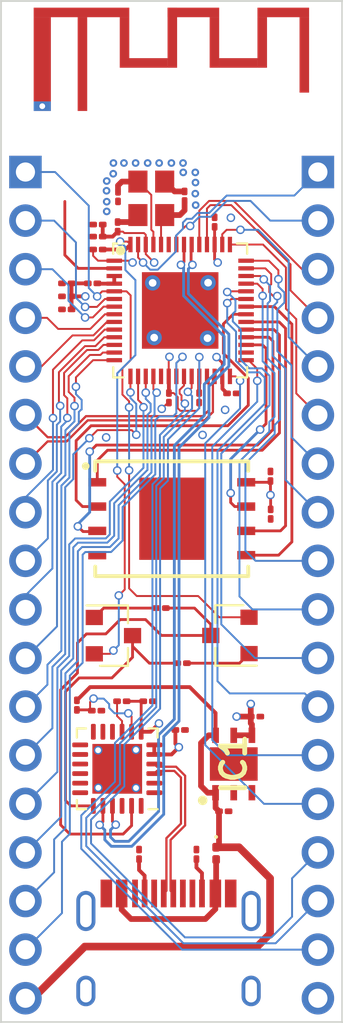
<source format=kicad_pcb>
(kicad_pcb (version 20201002) (generator pcbnew)
  (layers (0 "F.Cu" signal) (1 "In1.Cu" power) (2 "In2.Cu" power) (31 "B.Cu" signal) (34 "B.Paste" user) (35 "F.Paste" user) (36 "B.SilkS" user "B.Silkscreen") (37 "F.SilkS" user "F.Silkscreen") (38 "B.Mask" user) (39 "F.Mask" user) (44 "Edge.Cuts" user))
  (net 0 "")
  (net 1 "GND")
  (net 2 "CHIP_PU")
  (net 3 "GPIO46")
  (net 4 "USBD_N")
  (net 5 "Net-(L1-Pad2)")
  (net 6 "Net-(U1-Pad30)")
  (net 7 "USBD_P")
  (net 8 "GPIO45")
  (net 9 "U0RXD")
  (net 10 "U0TXD")
  (net 11 "GPIO42")
  (net 12 "GPIO41")
  (net 13 "Net-(R2-Pad2)")
  (net 14 "GPIO40")
  (net 15 "GPIO39")
  (net 16 "GPIO38")
  (net 17 "GPIO37")
  (net 18 "GPIO36")
  (net 19 "GPIO35")
  (net 20 "GPIO34")
  (net 21 "GPIO33")
  (net 22 "SPID")
  (net 23 "SPIQ")
  (net 24 "SPICLK")
  (net 25 "SPICS0")
  (net 26 "SPIWP")
  (net 27 "SPIHD")
  (net 28 "Net-(R4-Pad2)")
  (net 29 "GPIO26")
  (net 30 "GPIO21")
  (net 31 "ESP_USBD_N")
  (net 32 "ESP_USBD_P")
  (net 33 "Net-(J1-PadB7)")
  (net 34 "GPIO18")
  (net 35 "GPIO17")
  (net 36 "GPIO16")
  (net 37 "GPIO15")
  (net 38 "Net-(J1-PadB6)")
  (net 39 "GPIO14")
  (net 40 "GPIO13")
  (net 41 "GPIO12")
  (net 42 "GPIO11")
  (net 43 "GPIO10")
  (net 44 "GPIO9")
  (net 45 "GPIO8")
  (net 46 "GPIO7")
  (net 47 "GPIO6")
  (net 48 "GPIO5")
  (net 49 "GPIO4")
  (net 50 "GPIO3")
  (net 51 "GPIO2")
  (net 52 "GPIO1")
  (net 53 "GPIO0")
  (net 54 "Net-(D1-Pad2)")
  (net 55 "LNA_IN")
  (net 56 "Net-(IC1-Pad7)")
  (net 57 "Net-(C3-Pad2)")
  (net 58 "Net-(C4-Pad2)")
  (net 59 "Net-(IC1-Pad3)")
  (net 60 "RTS")
  (net 61 "Net-(Q1-Pad1)")
  (net 62 "Net-(J1-PadB8)")
  (net 63 "Net-(J1-PadA5)")
  (net 64 "Net-(J2-Pad18)")
  (net 65 "Net-(J1-PadA8)")
  (net 66 "Net-(J1-PadB5)")
  (net 67 "DTR")
  (net 68 "Net-(Q2-Pad1)")
  (net 69 "Net-(U4-Pad24)")
  (net 70 "Net-(U4-Pad22)")
  (net 71 "Net-(U4-Pad18)")
  (net 72 "Net-(U4-Pad17)")
  (net 73 "Net-(U4-Pad16)")
  (net 74 "Net-(U4-Pad15)")
  (net 75 "Net-(U4-Pad14)")
  (net 76 "Net-(U4-Pad13)")
  (net 77 "Net-(U4-Pad12)")
  (net 78 "Net-(U4-Pad11)")
  (net 79 "Net-(U4-Pad10)")
  (net 80 "Net-(U4-Pad1)")
  (net 81 "3V3")
  (net 82 "5V")
  (module "Package_TO_SOT_SMD:SOT-23" (layer "F.Cu") (at 136.48 127.75 180)
    (fp_text reference "Q2" hide)
    (fp_text value "L8050QLT1G" hide)
    (pad "1" smd rect (at -1 -0.95 180) (size 0.9 0.8) (layers "F.Cu" "F.Paste" "F.Mask") (net 68 "Net-(Q2-Pad1)"))
    (pad "2" smd rect (at -1 0.95 180) (size 0.9 0.8) (layers "F.Cu" "F.Paste" "F.Mask") (net 53 "GPIO0"))
    (pad "3" smd rect (at 1 0 180) (size 0.9 0.8) (layers "F.Cu" "F.Paste" "F.Mask") (net 67 "DTR"))
  )
  (module "Resistor_SMD:R_01005_0402Metric" (layer "F.Cu") (at 130.83 131.19 180)
    (fp_text reference "R4" hide)
    (fp_text value "5.1k" hide)
    (pad "1" smd roundrect (at -0.25 0 180) (size 0.4 0.3) (layers "F.Cu" "F.Mask") (net 81 "3V3"))
    (pad "2" smd roundrect (at 0.25 0 180) (size 0.4 0.3) (layers "F.Cu" "F.Mask") (net 28 "Net-(R4-Pad2)"))
  )
  (module "Crystal:Crystal_SMD_2520-4Pin_2.5x2.0mm" (layer "F.Cu") (at 132.37 104.905 90)
    (fp_text reference "Y1" hide)
    (fp_text value "40Mhz" hide)
    (pad "1" smd rect (at -0.875 0.7 90) (size 1.15 1) (layers "F.Cu" "F.Paste" "F.Mask") (net 57 "Net-(C3-Pad2)"))
    (pad "2" smd rect (at 0.875 0.7 90) (size 1.15 1) (layers "F.Cu" "F.Paste" "F.Mask") (net 1 "GND"))
    (pad "3" smd rect (at 0.875 -0.7 90) (size 1.15 1) (layers "F.Cu" "F.Paste" "F.Mask") (net 58 "Net-(C4-Pad2)"))
    (pad "4" smd rect (at -0.875 -0.7 90) (size 1.15 1) (layers "F.Cu" "F.Paste" "F.Mask") (net 1 "GND"))
  )
  (module "Capacitor_SMD:C_01005_0402Metric" (layer "F.Cu") (at 135.68 106.145 -90)
    (fp_text reference "C13" hide)
    (fp_text value "0.1uF" hide)
    (pad "1" smd roundrect (at -0.25 0 270) (size 0.4 0.3) (layers "F.Cu" "F.Mask") (net 1 "GND"))
    (pad "2" smd roundrect (at 0.25 0 270) (size 0.4 0.3) (layers "F.Cu" "F.Mask") (net 81 "3V3"))
  )
  (module "Inductor_SMD:L_01005_0402Metric" (layer "F.Cu") (at 129.3 109.35)
    (fp_text reference "L1" hide)
    (fp_text value "2nH" hide)
    (pad "1" smd roundrect (at -0.25 0) (size 0.4 0.3) (layers "F.Cu" "F.Mask") (net 81 "3V3"))
    (pad "2" smd roundrect (at 0.25 0) (size 0.4 0.3) (layers "F.Cu" "F.Mask") (net 5 "Net-(L1-Pad2)"))
  )
  (module "Package_DFN_QFN:QFN-24-1EP_4x4mm_P0.5mm_EP2.6x2.6mm" (layer "F.Cu") (at 130.59 134.72 180)
    (fp_text reference "U4" hide)
    (fp_text value "CP2104" hide)
    (pad "1" smd roundrect (at -1.9375 -1.25 180) (size 0.825 0.25) (layers "F.Cu" "F.Paste" "F.Mask") (net 80 "Net-(U4-Pad1)"))
    (pad "2" smd roundrect (at -1.9375 -0.75 180) (size 0.825 0.25) (layers "F.Cu" "F.Paste" "F.Mask") (net 1 "GND"))
    (pad "3" smd roundrect (at -1.9375 -0.25 180) (size 0.825 0.25) (layers "F.Cu" "F.Paste" "F.Mask") (net 7 "USBD_P"))
    (pad "4" smd roundrect (at -1.9375 0.25 180) (size 0.825 0.25) (layers "F.Cu" "F.Paste" "F.Mask") (net 4 "USBD_N"))
    (pad "5" smd roundrect (at -1.9375 0.75 180) (size 0.825 0.25) (layers "F.Cu" "F.Paste" "F.Mask") (net 81 "3V3"))
    (pad "6" smd roundrect (at -1.9375 1.25 180) (size 0.825 0.25) (layers "F.Cu" "F.Paste" "F.Mask") (net 81 "3V3"))
    (pad "7" smd roundrect (at -1.25 1.9375 180) (size 0.25 0.825) (layers "F.Cu" "F.Paste" "F.Mask") (net 81 "3V3"))
    (pad "8" smd roundrect (at -0.75 1.9375 180) (size 0.25 0.825) (layers "F.Cu" "F.Paste" "F.Mask") (net 13 "Net-(R2-Pad2)"))
    (pad "9" smd roundrect (at -0.25 1.9375 180) (size 0.25 0.825) (layers "F.Cu" "F.Paste" "F.Mask") (net 28 "Net-(R4-Pad2)"))
    (pad "10" smd roundrect (at 0.25 1.9375 180) (size 0.25 0.825) (layers "F.Cu" "F.Paste" "F.Mask") (net 79 "Net-(U4-Pad10)"))
    (pad "11" smd roundrect (at 0.75 1.9375 180) (size 0.25 0.825) (layers "F.Cu" "F.Paste" "F.Mask") (net 78 "Net-(U4-Pad11)"))
    (pad "12" smd roundrect (at 1.25 1.9375 180) (size 0.25 0.825) (layers "F.Cu" "F.Paste" "F.Mask") (net 77 "Net-(U4-Pad12)"))
    (pad "13" smd roundrect (at 1.9375 1.25 180) (size 0.825 0.25) (layers "F.Cu" "F.Paste" "F.Mask") (net 76 "Net-(U4-Pad13)"))
    (pad "14" smd roundrect (at 1.9375 0.75 180) (size 0.825 0.25) (layers "F.Cu" "F.Paste" "F.Mask") (net 75 "Net-(U4-Pad14)"))
    (pad "15" smd roundrect (at 1.9375 0.25 180) (size 0.825 0.25) (layers "F.Cu" "F.Paste" "F.Mask") (net 74 "Net-(U4-Pad15)"))
    (pad "16" smd roundrect (at 1.9375 -0.25 180) (size 0.825 0.25) (layers "F.Cu" "F.Paste" "F.Mask") (net 73 "Net-(U4-Pad16)"))
    (pad "17" smd roundrect (at 1.9375 -0.75 180) (size 0.825 0.25) (layers "F.Cu" "F.Paste" "F.Mask") (net 72 "Net-(U4-Pad17)"))
    (pad "18" smd roundrect (at 1.9375 -1.25 180) (size 0.825 0.25) (layers "F.Cu" "F.Paste" "F.Mask") (net 71 "Net-(U4-Pad18)"))
    (pad "19" smd roundrect (at 1.25 -1.9375 180) (size 0.25 0.825) (layers "F.Cu" "F.Paste" "F.Mask") (net 60 "RTS"))
    (pad "20" smd roundrect (at 0.75 -1.9375 180) (size 0.25 0.825) (layers "F.Cu" "F.Paste" "F.Mask") (net 10 "U0TXD"))
    (pad "21" smd roundrect (at 0.25 -1.9375 180) (size 0.25 0.825) (layers "F.Cu" "F.Paste" "F.Mask") (net 9 "U0RXD"))
    (pad "22" smd roundrect (at -0.25 -1.9375 180) (size 0.25 0.825) (layers "F.Cu" "F.Paste" "F.Mask") (net 70 "Net-(U4-Pad22)"))
    (pad "23" smd roundrect (at -0.75 -1.9375 180) (size 0.25 0.825) (layers "F.Cu" "F.Paste" "F.Mask") (net 67 "DTR"))
    (pad "24" smd roundrect (at -1.25 -1.9375 180) (size 0.25 0.825) (layers "F.Cu" "F.Paste" "F.Mask") (net 69 "Net-(U4-Pad24)"))
    (pad "25" smd rect (at 0 0 180) (size 2.6 2.6) (layers "F.Cu" "F.Mask") (net 1 "GND"))
  )
  (module "Capacitor_SMD:C_01005_0402Metric" (layer "F.Cu") (at 127.95 110.03 180)
    (fp_text reference "C7" hide)
    (fp_text value "0.1uF" hide)
    (pad "1" smd roundrect (at -0.25 0 180) (size 0.4 0.3) (layers "F.Cu" "F.Mask") (net 81 "3V3"))
    (pad "2" smd roundrect (at 0.25 0 180) (size 0.4 0.3) (layers "F.Cu" "F.Mask") (net 1 "GND"))
  )
  (module "Capacitor_SMD:C_01005_0402Metric" (layer "F.Cu") (at 134.11 104.795 -90)
    (fp_text reference "C3" hide)
    (fp_text value "15pF" hide)
    (pad "1" smd roundrect (at -0.25 0 270) (size 0.4 0.3) (layers "F.Cu" "F.Mask") (net 1 "GND"))
    (pad "2" smd roundrect (at 0.25 0 270) (size 0.4 0.3) (layers "F.Cu" "F.Mask") (net 57 "Net-(C3-Pad2)"))
  )
  (module "Resistor_SMD:R_01005_0402Metric" (layer "F.Cu") (at 129.51 131.68)
    (fp_text reference "R3" hide)
    (fp_text value "47k" hide)
    (pad "1" smd roundrect (at -0.25 0) (size 0.4 0.3) (layers "F.Cu" "F.Mask") (net 13 "Net-(R2-Pad2)"))
    (pad "2" smd roundrect (at 0.25 0) (size 0.4 0.3) (layers "F.Cu" "F.Mask") (net 1 "GND"))
  )
  (module "Resistor_SMD:R_01005_0402Metric" (layer "F.Cu") (at 134.87 115.33 -90)
    (fp_text reference "R1" hide)
    (fp_text value "10k" hide)
    (pad "1" smd roundrect (at -0.25 0 270) (size 0.4 0.3) (layers "F.Cu" "F.Mask") (net 34 "GPIO18"))
    (pad "2" smd roundrect (at 0.25 0 270) (size 0.4 0.3) (layers "F.Cu" "F.Mask") (net 81 "3V3"))
  )
  (module "Capacitor_SMD:C_01005_0402Metric" (layer "F.Cu") (at 132.2 131.19 180)
    (fp_text reference "C16" hide)
    (fp_text value "0.1uF" hide)
    (pad "1" smd roundrect (at -0.25 0 180) (size 0.4 0.3) (layers "F.Cu" "F.Mask") (net 1 "GND"))
    (pad "2" smd roundrect (at 0.25 0 180) (size 0.4 0.3) (layers "F.Cu" "F.Mask") (net 81 "3V3"))
  )
  (module "Capacitor_SMD:C_01005_0402Metric" (layer "F.Cu") (at 129.58 106.905)
    (fp_text reference "C8" hide)
    (fp_text value "0.1uF" hide)
    (pad "1" smd roundrect (at -0.25 0) (size 0.4 0.3) (layers "F.Cu" "F.Mask") (net 1 "GND"))
    (pad "2" smd roundrect (at 0.25 0) (size 0.4 0.3) (layers "F.Cu" "F.Mask") (net 81 "3V3"))
  )
  (module "Capacitor_SMD:C_01005_0402Metric" (layer "F.Cu") (at 137.82 131.99)
    (fp_text reference "C1" hide)
    (fp_text value "10uF" hide)
    (pad "1" smd roundrect (at -0.25 0) (size 0.4 0.3) (layers "F.Cu" "F.Mask") (net 81 "3V3"))
    (pad "2" smd roundrect (at 0.25 0) (size 0.4 0.3) (layers "F.Cu" "F.Mask") (net 1 "GND"))
  )
  (module "Resistor_SMD:R_01005_0402Metric" (layer "F.Cu") (at 131.73 139.19 90)
    (fp_text reference "R5" hide)
    (fp_text value "5.1k" hide)
    (pad "1" smd roundrect (at -0.25 0 90) (size 0.4 0.3) (layers "F.Cu" "F.Mask") (net 63 "Net-(J1-PadA5)"))
    (pad "2" smd roundrect (at 0.25 0 90) (size 0.4 0.3) (layers "F.Cu" "F.Mask") (net 1 "GND"))
  )
  (module "Antenna:IFA-2.4GHZ" (layer "F.Cu") (at 126.22 99.84)
    (fp_text reference "U2" hide)
    (fp_text value "IFA-2.4GHZ" hide)
    (fp_poly (pts (xy 9.7 -4.4) (xy 7 -4.4) (xy 7 -4.9) (xy 9.7 -4.9)) (layer "F.Cu") (width 0))
    (fp_poly (pts (xy 5 -1.76) (xy 4.5 -1.76) (xy 4.5 -4.4) (xy 5 -4.4)) (layer "F.Cu") (width 0))
    (fp_poly (pts (xy 5 -4.4) (xy 0 -4.4) (xy 0 -4.9) (xy 5 -4.9)) (layer "F.Cu") (width 0))
    (fp_poly (pts (xy 14.4 -4.4) (xy 11.7 -4.4) (xy 11.7 -4.9) (xy 14.4 -4.9)) (layer "F.Cu") (width 0))
    (fp_poly (pts (xy 7.5 -1.76) (xy 7 -1.76) (xy 7 -4.9) (xy 7.5 -4.9)) (layer "F.Cu") (width 0))
    (fp_poly (pts (xy 7 -1.76) (xy 5 -1.76) (xy 5 -2.26) (xy 7 -2.26)) (layer "F.Cu") (width 0))
    (fp_poly (pts (xy 0.9 -4.4) (xy 0.9 0) (xy 0 0) (xy 0 -4.4)) (layer "F.Cu") (width 0))
    (fp_poly (pts (xy 9.7 -1.76) (xy 9.2 -1.76) (xy 9.2 -4.4) (xy 9.7 -4.4)) (layer "F.Cu") (width 0))
    (fp_poly (pts (xy 14.4 -0.46) (xy 13.9 -0.46) (xy 13.9 -4.4) (xy 14.4 -4.4)) (layer "F.Cu") (width 0))
    (fp_poly (pts (xy 11.7 -1.76) (xy 9.7 -1.76) (xy 9.7 -2.26) (xy 11.7 -2.26)) (layer "F.Cu") (width 0))
    (fp_poly (pts (xy 12.2 -1.76) (xy 11.7 -1.76) (xy 11.7 -4.4) (xy 12.2 -4.4)) (layer "F.Cu") (width 0))
    (pad "1" smd custom (at 2.55 -1.95) (size 0.5 4.9) (layers "F.Cu" "F.Paste" "F.Mask") (net 55 "LNA_IN") (options (clearance outline) (anchor rect)) (primitives))
    (pad "2" thru_hole rect (at 0.45 0.25) (size 0.9 0.5) (drill 0.3) (layers *.Cu *.Mask) (net 1 "GND"))
  )
  (module "ESP32-S2:QFN40P700X700X90-57T400N" (layer "F.Cu") (at 133.88 110.765)
    (fp_text reference "U1" hide)
    (fp_text value "ESP32-S2" hide)
    (pad "1" smd rect (at -3.4451 -2.6) (size 0.8098 0.22) (layers "F.Cu" "F.Paste" "F.Mask") (net 81 "3V3"))
    (pad "2" smd rect (at -3.4451 -2.2) (size 0.8098 0.22) (layers "F.Cu" "F.Paste" "F.Mask") (net 55 "LNA_IN"))
    (pad "3" smd rect (at -3.4451 -1.8) (size 0.8098 0.22) (layers "F.Cu" "F.Paste" "F.Mask") (net 5 "Net-(L1-Pad2)"))
    (pad "4" smd rect (at -3.4451 -1.4) (size 0.8098 0.22) (layers "F.Cu" "F.Paste" "F.Mask") (net 5 "Net-(L1-Pad2)"))
    (pad "5" smd rect (at -3.4451 -1) (size 0.8098 0.22) (layers "F.Cu" "F.Paste" "F.Mask") (net 53 "GPIO0"))
    (pad "6" smd rect (at -3.4451 -0.6) (size 0.8098 0.22) (layers "F.Cu" "F.Paste" "F.Mask") (net 52 "GPIO1"))
    (pad "7" smd rect (at -3.4451 -0.2) (size 0.8098 0.22) (layers "F.Cu" "F.Paste" "F.Mask") (net 51 "GPIO2"))
    (pad "8" smd rect (at -3.4451 0.2) (size 0.8098 0.22) (layers "F.Cu" "F.Paste" "F.Mask") (net 50 "GPIO3"))
    (pad "9" smd rect (at -3.4451 0.6) (size 0.8098 0.22) (layers "F.Cu" "F.Paste" "F.Mask") (net 49 "GPIO4"))
    (pad "10" smd rect (at -3.4451 1) (size 0.8098 0.22) (layers "F.Cu" "F.Paste" "F.Mask") (net 48 "GPIO5"))
    (pad "11" smd rect (at -3.4451 1.4) (size 0.8098 0.22) (layers "F.Cu" "F.Paste" "F.Mask") (net 47 "GPIO6"))
    (pad "12" smd rect (at -3.4451 1.8) (size 0.8098 0.22) (layers "F.Cu" "F.Paste" "F.Mask") (net 46 "GPIO7"))
    (pad "13" smd rect (at -3.4451 2.2) (size 0.8098 0.22) (layers "F.Cu" "F.Paste" "F.Mask") (net 45 "GPIO8"))
    (pad "14" smd rect (at -3.4451 2.6) (size 0.8098 0.22) (layers "F.Cu" "F.Paste" "F.Mask") (net 44 "GPIO9"))
    (pad "15" smd rect (at -2.6 3.4451) (size 0.22 0.8098) (layers "F.Cu" "F.Paste" "F.Mask") (net 43 "GPIO10"))
    (pad "16" smd rect (at -2.2 3.4451) (size 0.22 0.8098) (layers "F.Cu" "F.Paste" "F.Mask") (net 42 "GPIO11"))
    (pad "17" smd rect (at -1.8 3.4451) (size 0.22 0.8098) (layers "F.Cu" "F.Paste" "F.Mask") (net 41 "GPIO12"))
    (pad "18" smd rect (at -1.4 3.4451) (size 0.22 0.8098) (layers "F.Cu" "F.Paste" "F.Mask") (net 40 "GPIO13"))
    (pad "19" smd rect (at -1 3.4451) (size 0.22 0.8098) (layers "F.Cu" "F.Paste" "F.Mask") (net 39 "GPIO14"))
    (pad "20" smd rect (at -0.6 3.4451) (size 0.22 0.8098) (layers "F.Cu" "F.Paste" "F.Mask") (net 81 "3V3"))
    (pad "21" smd rect (at -0.2 3.4451) (size 0.22 0.8098) (layers "F.Cu" "F.Paste" "F.Mask") (net 37 "GPIO15"))
    (pad "22" smd rect (at 0.2 3.4451) (size 0.22 0.8098) (layers "F.Cu" "F.Paste" "F.Mask") (net 36 "GPIO16"))
    (pad "23" smd rect (at 0.6 3.4451) (size 0.22 0.8098) (layers "F.Cu" "F.Paste" "F.Mask") (net 35 "GPIO17"))
    (pad "24" smd rect (at 1 3.4451) (size 0.22 0.8098) (layers "F.Cu" "F.Paste" "F.Mask") (net 34 "GPIO18"))
    (pad "25" smd rect (at 1.4 3.4451) (size 0.22 0.8098) (layers "F.Cu" "F.Paste" "F.Mask") (net 31 "ESP_USBD_N"))
    (pad "26" smd rect (at 1.8 3.4451) (size 0.22 0.8098) (layers "F.Cu" "F.Paste" "F.Mask") (net 32 "ESP_USBD_P"))
    (pad "27" smd rect (at 2.2 3.4451) (size 0.22 0.8098) (layers "F.Cu" "F.Paste" "F.Mask") (net 81 "3V3"))
    (pad "28" smd rect (at 2.6 3.4451) (size 0.22 0.8098) (layers "F.Cu" "F.Paste" "F.Mask") (net 30 "GPIO21"))
    (pad "29" smd rect (at 3.4451 2.6) (size 0.8098 0.22) (layers "F.Cu" "F.Paste" "F.Mask") (net 29 "GPIO26"))
    (pad "30" smd rect (at 3.4451 2.2) (size 0.8098 0.22) (layers "F.Cu" "F.Paste" "F.Mask") (net 6 "Net-(U1-Pad30)"))
    (pad "31" smd rect (at 3.4451 1.8) (size 0.8098 0.22) (layers "F.Cu" "F.Paste" "F.Mask") (net 27 "SPIHD"))
    (pad "32" smd rect (at 3.4451 1.4) (size 0.8098 0.22) (layers "F.Cu" "F.Paste" "F.Mask") (net 26 "SPIWP"))
    (pad "33" smd rect (at 3.4451 1) (size 0.8098 0.22) (layers "F.Cu" "F.Paste" "F.Mask") (net 25 "SPICS0"))
    (pad "34" smd rect (at 3.4451 0.6) (size 0.8098 0.22) (layers "F.Cu" "F.Paste" "F.Mask") (net 24 "SPICLK"))
    (pad "35" smd rect (at 3.4451 0.2) (size 0.8098 0.22) (layers "F.Cu" "F.Paste" "F.Mask") (net 23 "SPIQ"))
    (pad "36" smd rect (at 3.4451 -0.2) (size 0.8098 0.22) (layers "F.Cu" "F.Paste" "F.Mask") (net 22 "SPID"))
    (pad "37" smd rect (at 3.4451 -0.6) (size 0.8098 0.22) (layers "F.Cu" "F.Paste" "F.Mask") (net 21 "GPIO33"))
    (pad "38" smd rect (at 3.4451 -1) (size 0.8098 0.22) (layers "F.Cu" "F.Paste" "F.Mask") (net 20 "GPIO34"))
    (pad "39" smd rect (at 3.4451 -1.4) (size 0.8098 0.22) (layers "F.Cu" "F.Paste" "F.Mask") (net 19 "GPIO35"))
    (pad "40" smd rect (at 3.4451 -1.8) (size 0.8098 0.22) (layers "F.Cu" "F.Paste" "F.Mask") (net 18 "GPIO36"))
    (pad "41" smd rect (at 3.4451 -2.2) (size 0.8098 0.22) (layers "F.Cu" "F.Paste" "F.Mask") (net 17 "GPIO37"))
    (pad "42" smd rect (at 3.4451 -2.6) (size 0.8098 0.22) (layers "F.Cu" "F.Paste" "F.Mask") (net 16 "GPIO38"))
    (pad "43" smd rect (at 2.6 -3.4451) (size 0.22 0.8098) (layers "F.Cu" "F.Paste" "F.Mask") (net 15 "GPIO39"))
    (pad "44" smd rect (at 2.2 -3.4451) (size 0.22 0.8098) (layers "F.Cu" "F.Paste" "F.Mask") (net 14 "GPIO40"))
    (pad "45" smd rect (at 1.8 -3.4451) (size 0.22 0.8098) (layers "F.Cu" "F.Paste" "F.Mask") (net 81 "3V3"))
    (pad "46" smd rect (at 1.4 -3.4451) (size 0.22 0.8098) (layers "F.Cu" "F.Paste" "F.Mask") (net 12 "GPIO41"))
    (pad "47" smd rect (at 1 -3.4451) (size 0.22 0.8098) (layers "F.Cu" "F.Paste" "F.Mask") (net 11 "GPIO42"))
    (pad "48" smd rect (at 0.6 -3.4451) (size 0.22 0.8098) (layers "F.Cu" "F.Paste" "F.Mask") (net 10 "U0TXD"))
    (pad "49" smd rect (at 0.2 -3.4451) (size 0.22 0.8098) (layers "F.Cu" "F.Paste" "F.Mask") (net 9 "U0RXD"))
    (pad "50" smd rect (at -0.2 -3.4451) (size 0.22 0.8098) (layers "F.Cu" "F.Paste" "F.Mask") (net 8 "GPIO45"))
    (pad "51" smd rect (at -0.6 -3.4451) (size 0.22 0.8098) (layers "F.Cu" "F.Paste" "F.Mask") (net 81 "3V3"))
    (pad "52" smd rect (at -1 -3.4451) (size 0.22 0.8098) (layers "F.Cu" "F.Paste" "F.Mask") (net 57 "Net-(C3-Pad2)"))
    (pad "53" smd rect (at -1.4 -3.4451) (size 0.22 0.8098) (layers "F.Cu" "F.Paste" "F.Mask") (net 58 "Net-(C4-Pad2)"))
    (pad "54" smd rect (at -1.8 -3.4451) (size 0.22 0.8098) (layers "F.Cu" "F.Paste" "F.Mask") (net 81 "3V3"))
    (pad "55" smd rect (at -2.2 -3.4451) (size 0.22 0.8098) (layers "F.Cu" "F.Paste" "F.Mask") (net 3 "GPIO46"))
    (pad "56" smd rect (at -2.6 -3.4451) (size 0.22 0.8098) (layers "F.Cu" "F.Paste" "F.Mask") (net 2 "CHIP_PU"))
    (pad "57" smd rect (at 0 0) (size 4 4) (layers "F.Cu" "F.Paste" "F.Mask") (net 1 "GND"))
  )
  (module "NCP708MU330:SON95P300X300X55-7N" (layer "F.Cu") (at 136.68 134.47 90)
    (fp_text reference "IC1" (at 0 0 90) (layer "F.SilkS") (effects (font (size 1.27 1.27) (thickness 0.254))))
    (fp_text value "NCP708MU330TAG" hide)
    (pad "1" smd rect (at -1.5 -0.95 180) (size 0.35 0.8) (layers "F.Cu" "F.Paste" "F.Mask") (net 82 "5V"))
    (pad "2" smd rect (at -1.5 0 180) (size 0.35 0.8) (layers "F.Cu" "F.Paste" "F.Mask") (net 1 "GND"))
    (pad "3" smd rect (at -1.5 0.95 180) (size 0.35 0.8) (layers "F.Cu" "F.Paste" "F.Mask") (net 59 "Net-(IC1-Pad3)"))
    (pad "4" smd rect (at 1.5 0.95 180) (size 0.35 0.8) (layers "F.Cu" "F.Paste" "F.Mask") (net 81 "3V3"))
    (pad "5" smd rect (at 1.5 0 180) (size 0.35 0.8) (layers "F.Cu" "F.Paste" "F.Mask") (net 81 "3V3"))
    (pad "6" smd rect (at 1.5 -0.95 180) (size 0.35 0.8) (layers "F.Cu" "F.Paste" "F.Mask") (net 82 "5V"))
    (pad "7" smd rect (at 0 0 90) (size 1.75 2.5) (layers "F.Cu" "F.Paste" "F.Mask") (net 56 "Net-(IC1-Pad7)"))
  )
  (module "Package_TO_SOT_SMD:SOT-23" (layer "F.Cu") (at 130.39 127.76)
    (fp_text reference "Q1" hide)
    (fp_text value "L8050QLT1G" hide)
    (pad "1" smd rect (at -1 -0.95) (size 0.9 0.8) (layers "F.Cu" "F.Paste" "F.Mask") (net 61 "Net-(Q1-Pad1)"))
    (pad "2" smd rect (at -1 0.95) (size 0.9 0.8) (layers "F.Cu" "F.Paste" "F.Mask") (net 2 "CHIP_PU"))
    (pad "3" smd rect (at 1 0) (size 0.9 0.8) (layers "F.Cu" "F.Paste" "F.Mask") (net 60 "RTS"))
  )
  (module "Capacitor_SMD:C_01005_0402Metric" (layer "F.Cu") (at 127.95 109.35 180)
    (fp_text reference "C5" hide)
    (fp_text value "10uF" hide)
    (pad "1" smd roundrect (at -0.25 0 180) (size 0.4 0.3) (layers "F.Cu" "F.Mask") (net 81 "3V3"))
    (pad "2" smd roundrect (at 0.25 0 180) (size 0.4 0.3) (layers "F.Cu" "F.Mask") (net 1 "GND"))
  )
  (module "W25Q128JVEIQ:W25Q128JVEIQ" (layer "F.Cu") (at 133.44 121.65)
    (fp_text reference "U3" hide)
    (fp_text value "W25Q128JVS" hide)
    (pad "1" smd rect (at -3.895 -1.905) (size 0.94 0.44) (layers "F.Cu" "F.Paste" "F.Mask") (net 25 "SPICS0"))
    (pad "2" smd rect (at -3.895 -0.635) (size 0.94 0.44) (layers "F.Cu" "F.Paste" "F.Mask") (net 23 "SPIQ"))
    (pad "3" smd rect (at -3.895 0.635) (size 0.94 0.44) (layers "F.Cu" "F.Paste" "F.Mask") (net 26 "SPIWP"))
    (pad "4" smd rect (at -3.895 1.905) (size 0.94 0.44) (layers "F.Cu" "F.Paste" "F.Mask") (net 1 "GND"))
    (pad "5" smd rect (at 3.895 1.905) (size 0.94 0.44) (layers "F.Cu" "F.Paste" "F.Mask") (net 22 "SPID"))
    (pad "6" smd rect (at 3.895 0.635) (size 0.94 0.44) (layers "F.Cu" "F.Paste" "F.Mask") (net 24 "SPICLK"))
    (pad "7" smd rect (at 3.895 -0.635) (size 0.94 0.44) (layers "F.Cu" "F.Paste" "F.Mask") (net 27 "SPIHD"))
    (pad "8" smd rect (at 3.895 -1.905) (size 0.94 0.44) (layers "F.Cu" "F.Paste" "F.Mask") (net 81 "3V3"))
    (pad "9" smd rect (at 0 0) (size 3.4 4.3) (layers "F.Cu" "F.Mask"))
  )
  (module "Capacitor_SMD:C_01005_0402Metric" (layer "F.Cu") (at 138.6 119.43 -90)
    (fp_text reference "C15" hide)
    (fp_text value "0.1uF" hide)
    (pad "1" smd roundrect (at -0.25 0 270) (size 0.4 0.3) (layers "F.Cu" "F.Mask") (net 1 "GND"))
    (pad "2" smd roundrect (at 0.25 0 270) (size 0.4 0.3) (layers "F.Cu" "F.Mask") (net 81 "3V3"))
  )
  (module "Capacitor_SMD:C_01005_0402Metric" (layer "F.Cu") (at 130.63 104.815 90)
    (fp_text reference "C4" hide)
    (fp_text value "15pF" hide)
    (pad "1" smd roundrect (at -0.25 0 90) (size 0.4 0.3) (layers "F.Cu" "F.Mask") (net 1 "GND"))
    (pad "2" smd roundrect (at 0.25 0 90) (size 0.4 0.3) (layers "F.Cu" "F.Mask") (net 58 "Net-(C4-Pad2)"))
  )
  (module "Diode_SMD:D_0201_0603Metric" (layer "F.Cu") (at 135.76 139.14 -90)
    (fp_text reference "D1" hide)
    (fp_text value "SDM02M30LP3-7B" hide)
    (pad "1" smd roundrect (at -0.32 0 270) (size 0.46 0.4) (layers "F.Cu" "F.Mask") (net 82 "5V"))
    (pad "2" smd roundrect (at 0.32 0 270) (size 0.46 0.4) (layers "F.Cu" "F.Mask") (net 54 "Net-(D1-Pad2)"))
  )
  (module "Capacitor_SMD:C_01005_0402Metric" (layer "F.Cu") (at 138.61 121.41 -90)
    (fp_text reference "C14" hide)
    (fp_text value "10uF" hide)
    (pad "1" smd roundrect (at -0.25 0 270) (size 0.4 0.3) (layers "F.Cu" "F.Mask") (net 81 "3V3"))
    (pad "2" smd roundrect (at 0.25 0 270) (size 0.4 0.3) (layers "F.Cu" "F.Mask") (net 1 "GND"))
  )
  (module "Resistor_SMD:R_01005_0402Metric" (layer "F.Cu") (at 132.88 126.32 180)
    (fp_text reference "R7" hide)
    (fp_text value "10k" hide)
    (pad "1" smd roundrect (at -0.25 0 180) (size 0.4 0.3) (layers "F.Cu" "F.Mask") (net 67 "DTR"))
    (pad "2" smd roundrect (at 0.25 0 180) (size 0.4 0.3) (layers "F.Cu" "F.Mask") (net 61 "Net-(Q1-Pad1)"))
  )
  (module "Capacitor_SMD:C_01005_0402Metric" (layer "F.Cu") (at 133.29 115.33 -90)
    (fp_text reference "C11" hide)
    (fp_text value "0.1uF" hide)
    (pad "1" smd roundrect (at -0.25 0 270) (size 0.4 0.3) (layers "F.Cu" "F.Mask") (net 81 "3V3"))
    (pad "2" smd roundrect (at 0.25 0 270) (size 0.4 0.3) (layers "F.Cu" "F.Mask") (net 1 "GND"))
  )
  (module "Resistor_SMD:R_01005_0402Metric" (layer "F.Cu") (at 133.98 129.2)
    (fp_text reference "R8" hide)
    (fp_text value "10k" hide)
    (pad "1" smd roundrect (at -0.25 0) (size 0.4 0.3) (layers "F.Cu" "F.Mask") (net 60 "RTS"))
    (pad "2" smd roundrect (at 0.25 0) (size 0.4 0.3) (layers "F.Cu" "F.Mask") (net 68 "Net-(Q2-Pad1)"))
  )
  (module "Resistor_SMD:R_01005_0402Metric" (layer "F.Cu") (at 128.48 131.39 -90)
    (fp_text reference "R2" hide)
    (fp_text value "22k" hide)
    (pad "1" smd roundrect (at -0.25 0 270) (size 0.4 0.3) (layers "F.Cu" "F.Mask") (net 82 "5V"))
    (pad "2" smd roundrect (at 0.25 0 270) (size 0.4 0.3) (layers "F.Cu" "F.Mask") (net 13 "Net-(R2-Pad2)"))
  )
  (module "Resistor_SMD:R_01005_0402Metric" (layer "F.Cu") (at 129.58 107.58)
    (fp_text reference "R9" hide)
    (fp_text value "10k" hide)
    (pad "1" smd roundrect (at -0.25 0) (size 0.4 0.3) (layers "F.Cu" "F.Mask") (net 81 "3V3"))
    (pad "2" smd roundrect (at 0.25 0) (size 0.4 0.3) (layers "F.Cu" "F.Mask") (net 2 "CHIP_PU"))
  )
  (module "Capacitor_SMD:C_01005_0402Metric" (layer "F.Cu") (at 136.58 115.1 180)
    (fp_text reference "C12" hide)
    (fp_text value "0.1uF" hide)
    (pad "1" smd roundrect (at -0.25 0 180) (size 0.4 0.3) (layers "F.Cu" "F.Mask") (net 1 "GND"))
    (pad "2" smd roundrect (at 0.25 0 180) (size 0.4 0.3) (layers "F.Cu" "F.Mask") (net 81 "3V3"))
  )
  (module "Capacitor_SMD:C_01005_0402Metric" (layer "F.Cu") (at 127.95 110.71 180)
    (fp_text reference "C6" hide)
    (fp_text value "1uF" hide)
    (pad "1" smd roundrect (at -0.25 0 180) (size 0.4 0.3) (layers "F.Cu" "F.Mask") (net 81 "3V3"))
    (pad "2" smd roundrect (at 0.25 0 180) (size 0.4 0.3) (layers "F.Cu" "F.Mask") (net 1 "GND"))
  )
  (module "Capacitor_SMD:C_01005_0402Metric" (layer "F.Cu") (at 133.88 132.69)
    (fp_text reference "C17" hide)
    (fp_text value "4.7uF" hide)
    (pad "1" smd roundrect (at -0.25 0) (size 0.4 0.3) (layers "F.Cu" "F.Mask") (net 81 "3V3"))
    (pad "2" smd roundrect (at 0.25 0) (size 0.4 0.3) (layers "F.Cu" "F.Mask") (net 1 "GND"))
  )
  (module "Capacitor_SMD:C_01005_0402Metric" (layer "F.Cu") (at 136.16 136.94)
    (fp_text reference "C2" hide)
    (fp_text value "4.7uF" hide)
    (pad "1" smd roundrect (at -0.25 0) (size 0.4 0.3) (layers "F.Cu" "F.Mask") (net 82 "5V"))
    (pad "2" smd roundrect (at 0.25 0) (size 0.4 0.3) (layers "F.Cu" "F.Mask") (net 1 "GND"))
  )
  (module "Capacitor_SMD:C_01005_0402Metric" (layer "F.Cu") (at 130.61 106.395 -90)
    (fp_text reference "C10" hide)
    (fp_text value "1uF" hide)
    (pad "1" smd roundrect (at -0.25 0 270) (size 0.4 0.3) (layers "F.Cu" "F.Mask") (net 1 "GND"))
    (pad "2" smd roundrect (at 0.25 0 270) (size 0.4 0.3) (layers "F.Cu" "F.Mask") (net 81 "3V3"))
  )
  (module "Resistor_SMD:R_01005_0402Metric" (layer "F.Cu") (at 134.73 139.19 90)
    (fp_text reference "R6" hide)
    (fp_text value "5.1k" hide)
    (pad "1" smd roundrect (at -0.25 0 90) (size 0.4 0.3) (layers "F.Cu" "F.Mask") (net 66 "Net-(J1-PadB5)"))
    (pad "2" smd roundrect (at 0.25 0 90) (size 0.4 0.3) (layers "F.Cu" "F.Mask") (net 1 "GND"))
  )
  (module "Capacitor_SMD:C_01005_0402Metric" (layer "F.Cu") (at 129.58 106.275)
    (fp_text reference "C9" hide)
    (fp_text value "100pF" hide)
    (pad "1" smd roundrect (at -0.25 0) (size 0.4 0.3) (layers "F.Cu" "F.Mask") (net 1 "GND"))
    (pad "2" smd roundrect (at 0.25 0) (size 0.4 0.3) (layers "F.Cu" "F.Mask") (net 81 "3V3"))
  )
  (module "Connector_USB:USB_C_Receptacle_HRO_TYPE-C-31-M-12" (layer "F.Cu") (at 133.27 145.28)
    (fp_text reference "J1" hide)
    (fp_text value "USB_C_Receptacle_USB2.0" hide)
    (pad "" np_thru_hole circle (at -2.89 -2.6) (size 0.65 0.65) (drill 0.65) (layers *.Cu *.Mask))
    (pad "" np_thru_hole circle (at 2.89 -2.6) (size 0.65 0.65) (drill 0.65) (layers *.Cu *.Mask))
    (pad "A1" smd rect (at -3.25 -4.045) (size 0.6 1.45) (layers "F.Cu" "F.Paste" "F.Mask") (net 1 "GND"))
    (pad "A4" smd rect (at -2.45 -4.045) (size 0.6 1.45) (layers "F.Cu" "F.Paste" "F.Mask") (net 54 "Net-(D1-Pad2)"))
    (pad "A5" smd rect (at -1.25 -4.045) (size 0.3 1.45) (layers "F.Cu" "F.Paste" "F.Mask") (net 63 "Net-(J1-PadA5)"))
    (pad "A6" smd rect (at -0.25 -4.045) (size 0.3 1.45) (layers "F.Cu" "F.Paste" "F.Mask") (net 7 "USBD_P"))
    (pad "A7" smd rect (at 0.25 -4.045) (size 0.3 1.45) (layers "F.Cu" "F.Paste" "F.Mask") (net 4 "USBD_N"))
    (pad "A8" smd rect (at 1.25 -4.045) (size 0.3 1.45) (layers "F.Cu" "F.Paste" "F.Mask") (net 65 "Net-(J1-PadA8)"))
    (pad "A9" smd rect (at 2.45 -4.045) (size 0.6 1.45) (layers "F.Cu" "F.Paste" "F.Mask") (net 54 "Net-(D1-Pad2)"))
    (pad "A12" smd rect (at 3.25 -4.045) (size 0.6 1.45) (layers "F.Cu" "F.Paste" "F.Mask") (net 1 "GND"))
    (pad "B1" smd rect (at 3.25 -4.045) (size 0.6 1.45) (layers "F.Cu" "F.Paste" "F.Mask") (net 1 "GND"))
    (pad "B4" smd rect (at 2.45 -4.045) (size 0.6 1.45) (layers "F.Cu" "F.Paste" "F.Mask") (net 54 "Net-(D1-Pad2)"))
    (pad "B5" smd rect (at 1.75 -4.045) (size 0.3 1.45) (layers "F.Cu" "F.Paste" "F.Mask") (net 66 "Net-(J1-PadB5)"))
    (pad "B6" smd rect (at 0.75 -4.045) (size 0.3 1.45) (layers "F.Cu" "F.Paste" "F.Mask") (net 38 "Net-(J1-PadB6)"))
    (pad "B7" smd rect (at -0.75 -4.045) (size 0.3 1.45) (layers "F.Cu" "F.Paste" "F.Mask") (net 33 "Net-(J1-PadB7)"))
    (pad "B8" smd rect (at -1.75 -4.045) (size 0.3 1.45) (layers "F.Cu" "F.Paste" "F.Mask") (net 62 "Net-(J1-PadB8)"))
    (pad "B9" smd rect (at -2.45 -4.045) (size 0.6 1.45) (layers "F.Cu" "F.Paste" "F.Mask") (net 54 "Net-(D1-Pad2)"))
    (pad "B12" smd rect (at -3.25 -4.045) (size 0.6 1.45) (layers "F.Cu" "F.Paste" "F.Mask") (net 1 "GND"))
    (pad "S1" thru_hole oval (at 4.32 1.05) (size 1 1.6) (drill oval 0.6 1.2) (layers *.Cu *.Mask) (net 1 "GND"))
    (pad "S1" thru_hole oval (at -4.32 -3.13) (size 1 2.1) (drill oval 0.6 1.7) (layers *.Cu *.Mask) (net 1 "GND"))
    (pad "S1" thru_hole oval (at -4.32 1.05) (size 1 1.6) (drill oval 0.6 1.2) (layers *.Cu *.Mask) (net 1 "GND"))
    (pad "S1" thru_hole oval (at 4.32 -3.13) (size 1 2.1) (drill oval 0.6 1.7) (layers *.Cu *.Mask) (net 1 "GND"))
  )
  (module "Connector_PinHeader_2.54mm:PinHeader_1x18_P2.54mm_Vertical" (layer "B.Cu") (at 125.79 103.53 180)
    (fp_text reference "J3" hide)
    (fp_text value "Conn_01x18" hide)
    (pad "1" thru_hole rect (at 0 0 180) (size 1.7 1.7) (drill 1) (layers *.Cu *.Mask) (net 53 "GPIO0"))
    (pad "2" thru_hole oval (at 0 -2.54 180) (size 1.7 1.7) (drill 1) (layers *.Cu *.Mask) (net 52 "GPIO1"))
    (pad "3" thru_hole oval (at 0 -5.08 180) (size 1.7 1.7) (drill 1) (layers *.Cu *.Mask) (net 51 "GPIO2"))
    (pad "4" thru_hole oval (at 0 -7.62 180) (size 1.7 1.7) (drill 1) (layers *.Cu *.Mask) (net 50 "GPIO3"))
    (pad "5" thru_hole oval (at 0 -10.16 180) (size 1.7 1.7) (drill 1) (layers *.Cu *.Mask) (net 49 "GPIO4"))
    (pad "6" thru_hole oval (at 0 -12.7 180) (size 1.7 1.7) (drill 1) (layers *.Cu *.Mask) (net 31 "ESP_USBD_N"))
    (pad "7" thru_hole oval (at 0 -15.24 180) (size 1.7 1.7) (drill 1) (layers *.Cu *.Mask) (net 32 "ESP_USBD_P"))
    (pad "8" thru_hole oval (at 0 -17.78 180) (size 1.7 1.7) (drill 1) (layers *.Cu *.Mask) (net 48 "GPIO5"))
    (pad "9" thru_hole oval (at 0 -20.32 180) (size 1.7 1.7) (drill 1) (layers *.Cu *.Mask) (net 47 "GPIO6"))
    (pad "10" thru_hole oval (at 0 -22.86 180) (size 1.7 1.7) (drill 1) (layers *.Cu *.Mask) (net 46 "GPIO7"))
    (pad "11" thru_hole oval (at 0 -25.4 180) (size 1.7 1.7) (drill 1) (layers *.Cu *.Mask) (net 45 "GPIO8"))
    (pad "12" thru_hole oval (at 0 -27.94 180) (size 1.7 1.7) (drill 1) (layers *.Cu *.Mask) (net 44 "GPIO9"))
    (pad "13" thru_hole oval (at 0 -30.48 180) (size 1.7 1.7) (drill 1) (layers *.Cu *.Mask) (net 43 "GPIO10"))
    (pad "14" thru_hole oval (at 0 -33.02 180) (size 1.7 1.7) (drill 1) (layers *.Cu *.Mask) (net 42 "GPIO11"))
    (pad "15" thru_hole oval (at 0 -35.56 180) (size 1.7 1.7) (drill 1) (layers *.Cu *.Mask) (net 41 "GPIO12"))
    (pad "16" thru_hole oval (at 0 -38.1 180) (size 1.7 1.7) (drill 1) (layers *.Cu *.Mask) (net 40 "GPIO13"))
    (pad "17" thru_hole oval (at 0 -40.64 180) (size 1.7 1.7) (drill 1) (layers *.Cu *.Mask) (net 37 "GPIO15"))
    (pad "18" thru_hole oval (at 0 -43.18 180) (size 1.7 1.7) (drill 1) (layers *.Cu *.Mask) (net 82 "5V"))
  )
  (module "Connector_PinHeader_2.54mm:PinHeader_1x18_P2.54mm_Vertical" (layer "B.Cu") (at 141.08 103.53 180)
    (fp_text reference "J2" hide)
    (fp_text value "Conn_01x18" hide)
    (pad "1" thru_hole rect (at 0 0 180) (size 1.7 1.7) (drill 1) (layers *.Cu *.Mask) (net 3 "GPIO46"))
    (pad "2" thru_hole oval (at 0 -2.54 180) (size 1.7 1.7) (drill 1) (layers *.Cu *.Mask) (net 8 "GPIO45"))
    (pad "3" thru_hole oval (at 0 -5.08 180) (size 1.7 1.7) (drill 1) (layers *.Cu *.Mask) (net 11 "GPIO42"))
    (pad "4" thru_hole oval (at 0 -7.62 180) (size 1.7 1.7) (drill 1) (layers *.Cu *.Mask) (net 12 "GPIO41"))
    (pad "5" thru_hole oval (at 0 -10.16 180) (size 1.7 1.7) (drill 1) (layers *.Cu *.Mask) (net 14 "GPIO40"))
    (pad "6" thru_hole oval (at 0 -12.7 180) (size 1.7 1.7) (drill 1) (layers *.Cu *.Mask) (net 15 "GPIO39"))
    (pad "7" thru_hole oval (at 0 -15.24 180) (size 1.7 1.7) (drill 1) (layers *.Cu *.Mask) (net 16 "GPIO38"))
    (pad "8" thru_hole oval (at 0 -17.78 180) (size 1.7 1.7) (drill 1) (layers *.Cu *.Mask) (net 17 "GPIO37"))
    (pad "9" thru_hole oval (at 0 -20.32 180) (size 1.7 1.7) (drill 1) (layers *.Cu *.Mask) (net 18 "GPIO36"))
    (pad "10" thru_hole oval (at 0 -22.86 180) (size 1.7 1.7) (drill 1) (layers *.Cu *.Mask) (net 19 "GPIO35"))
    (pad "11" thru_hole oval (at 0 -25.4 180) (size 1.7 1.7) (drill 1) (layers *.Cu *.Mask) (net 20 "GPIO34"))
    (pad "12" thru_hole oval (at 0 -27.94 180) (size 1.7 1.7) (drill 1) (layers *.Cu *.Mask) (net 21 "GPIO33"))
    (pad "13" thru_hole oval (at 0 -30.48 180) (size 1.7 1.7) (drill 1) (layers *.Cu *.Mask) (net 29 "GPIO26"))
    (pad "14" thru_hole oval (at 0 -33.02 180) (size 1.7 1.7) (drill 1) (layers *.Cu *.Mask) (net 30 "GPIO21"))
    (pad "15" thru_hole oval (at 0 -35.56 180) (size 1.7 1.7) (drill 1) (layers *.Cu *.Mask) (net 34 "GPIO18"))
    (pad "16" thru_hole oval (at 0 -38.1 180) (size 1.7 1.7) (drill 1) (layers *.Cu *.Mask) (net 35 "GPIO17"))
    (pad "17" thru_hole oval (at 0 -40.64 180) (size 1.7 1.7) (drill 1) (layers *.Cu *.Mask) (net 36 "GPIO16"))
    (pad "18" thru_hole oval (at 0 -43.18 180) (size 1.7 1.7) (drill 1) (layers *.Cu *.Mask) (net 64 "Net-(J2-Pad18)"))
  )
  (gr_rect (start 124.51 147.96) (end 142.35 94.59) (layer "Edge.Cuts") (width 0.1))
  (segment (start 133.585 104.545) (end 133.07 104.03) (width 0.3) (layer "F.Cu") (net 1))
  (segment (start 130.61 106.145) (end 131.305 106.145) (width 0.3) (layer "F.Cu") (net 1))
  (segment (start 131.305 106.145) (end 131.67 105.78) (width 0.3) (layer "F.Cu") (net 1))
  (segment (start 133.29 115.58) (end 133.241852 115.58) (width 0.1) (layer "F.Cu") (net 1))
  (segment (start 134.11 104.545) (end 133.585 104.545) (width 0.3) (layer "F.Cu") (net 1))
  (segment (start 133.241852 115.58) (end 132.915 115.906852) (width 0.1) (layer "F.Cu") (net 1))
  (via (at 132.18 103.06) (size 0.4) (drill 0.2) (layers "F.Cu" "B.Cu") (net 1))
  (via (at 129.59 133.75) (size 0.45) (drill 0.3) (layers "F.Cu" "B.Cu") (net 1))
  (via (at 130.94 103.06) (size 0.4) (drill 0.2) (layers "F.Cu" "B.Cu") (net 1))
  (via (at 131.55 103.06) (size 0.4) (drill 0.2) (layers "F.Cu" "B.Cu") (net 1))
  (via (at 132.44 109.325) (size 0.8) (drill 0.4) (layers "F.Cu" "B.Cu") (net 1))
  (via (at 134.67 103.55) (size 0.4) (drill 0.2) (layers "F.Cu" "B.Cu") (net 1))
  (via (at 130.38 103.62) (size 0.4) (drill 0.2) (layers "F.Cu" "B.Cu") (net 1))
  (via (at 134.69 105.26) (size 0.4) (drill 0.2) (layers "F.Cu" "B.Cu") (net 1))
  (via (at 130.39 103.06) (size 0.4) (drill 0.2) (layers "F.Cu" "B.Cu") (net 1))
  (via (at 134.68 104.08) (size 0.4) (drill 0.2) (layers "F.Cu" "B.Cu") (net 1))
  (via (at 130.04 105.08) (size 0.4) (drill 0.2) (layers "F.Cu" "B.Cu") (net 1))
  (via (at 135.31 112.215) (size 0.8) (drill 0.4) (layers "F.Cu" "B.Cu") (net 1))
  (via (at 130.04 105.59) (size 0.4) (drill 0.2) (layers "F.Cu" "B.Cu") (net 1))
  (via (at 136.53 105.92) (size 0.45) (drill 0.3) (layers "F.Cu" "B.Cu") (net 1))
  (via (at 130.01 117.4) (size 0.45) (drill 0.3) (layers "F.Cu" "B.Cu") (net 1))
  (via (at 135.34 109.315) (size 0.8) (drill 0.4) (layers "F.Cu" "B.Cu") (net 1))
  (via (at 134.04 103.55) (size 0.4) (drill 0.2) (layers "F.Cu" "B.Cu") (net 1))
  (via (at 132.78 103.06) (size 0.4) (drill 0.2) (layers "F.Cu" "B.Cu") (net 1))
  (via (at 135.05 117.27) (size 0.45) (drill 0.3) (layers "F.Cu" "B.Cu") (net 1))
  (via (at 134.67 104.66) (size 0.4) (drill 0.2) (layers "F.Cu" "B.Cu") (net 1))
  (via (at 129.6 135.71) (size 0.45) (drill 0.3) (layers "F.Cu" "B.Cu") (net 1))
  (via (at 130.04 104) (size 0.4) (drill 0.2) (layers "F.Cu" "B.Cu") (net 1))
  (via (at 131.57 133.73) (size 0.45) (drill 0.3) (layers "F.Cu" "B.Cu") (net 1))
  (via (at 131.57 135.72) (size 0.45) (drill 0.3) (layers "F.Cu" "B.Cu") (net 1))
  (via (at 132.52 112.185) (size 0.8) (drill 0.4) (layers "F.Cu" "B.Cu") (net 1))
  (via (at 133.42 103.06) (size 0.4) (drill 0.2) (layers "F.Cu" "B.Cu") (net 1))
  (via (at 134.03 103.06) (size 0.4) (drill 0.2) (layers "F.Cu" "B.Cu") (net 1))
  (via (at 130.03 104.51) (size 0.4) (drill 0.2) (layers "F.Cu" "B.Cu") (net 1))
  (via (at 132.915 115.906852) (size 0.45) (drill 0.3) (layers "F.Cu" "B.Cu") (net 1))
  (via (at 136.23 115.96) (size 0.45) (drill 0.3) (layers "F.Cu" "B.Cu") (net 1))
  (segment (start 130.98 120.01) (end 130.98 119.85) (width 0.1) (layer "F.Cu") (net 2))
  (segment (start 130.67 125.66) (end 130.98 125.35) (width 0.1) (layer "F.Cu") (net 2))
  (segment (start 129.39 128.71) (end 130.22 128.71) (width 0.1) (layer "F.Cu") (net 2))
  (segment (start 130.74145 107.16506) (end 131.12516 107.16506) (width 0.1) (layer "F.Cu") (net 2))
  (segment (start 131.12516 107.16506) (end 131.28 107.3199) (width 0.1) (layer "F.Cu") (net 2))
  (segment (start 130.98 121.77) (end 130.98 120.01) (width 0.1) (layer "F.Cu") (net 2))
  (segment (start 130.98 125.35) (end 130.98 121.77) (width 0.1) (layer "F.Cu") (net 2))
  (segment (start 130.22 128.71) (end 130.39 128.54) (width 0.1) (layer "F.Cu") (net 2))
  (segment (start 131.0199 107.58) (end 131.28 107.3199) (width 0.2) (layer "F.Cu") (net 2))
  (segment (start 129.83 107.58) (end 131.0199 107.58) (width 0.2) (layer "F.Cu") (net 2))
  (segment (start 130.59 119.46) (end 130.59 119.13) (width 0.1) (layer "F.Cu") (net 2))
  (segment (start 130.98 119.85) (end 130.59 119.46) (width 0.1) (layer "F.Cu") (net 2))
  (via (at 130.67 125.66) (size 0.45) (drill 0.3) (layers "F.Cu" "B.Cu") (net 2))
  (via (at 130.39 128.54) (size 0.45) (drill 0.3) (layers "F.Cu" "B.Cu") (net 2))
  (via (at 130.59 119.13) (size 0.45) (drill 0.3) (layers "F.Cu" "B.Cu") (net 2))
  (via (at 130.74145 107.16506) (size 0.45) (drill 0.3) (layers "F.Cu" "B.Cu") (net 2))
  (segment (start 131.014999 108.654999) (end 131.014999 107.438609) (width 0.1) (layer "B.Cu") (net 2))
  (segment (start 130.39 128.54) (end 130.67 128.26) (width 0.1) (layer "B.Cu") (net 2))
  (segment (start 131.014999 107.438609) (end 130.74145 107.16506) (width 0.1) (layer "B.Cu") (net 2))
  (segment (start 131.54 113.1) (end 131.54 109.18) (width 0.1) (layer "B.Cu") (net 2))
  (segment (start 131.54 109.18) (end 131.014999 108.654999) (width 0.1) (layer "B.Cu") (net 2))
  (segment (start 130.59 114.05) (end 131.54 113.1) (width 0.1) (layer "B.Cu") (net 2))
  (segment (start 130.67 128.26) (end 130.67 125.66) (width 0.1) (layer "B.Cu") (net 2))
  (segment (start 130.59 119.13) (end 130.59 114.05) (width 0.1) (layer "B.Cu") (net 2))
  (segment (start 131.68 107.3199) (end 131.68 107.999997) (width 0.1) (layer "F.Cu") (net 3))
  (segment (start 131.68 107.999997) (end 131.940003 108.26) (width 0.1) (layer "F.Cu") (net 3))
  (via (at 131.940003 108.26) (size 0.45) (drill 0.3) (layers "F.Cu" "B.Cu") (net 3))
  (segment (start 132.704999 108.635001) (end 133.66 107.68) (width 0.1) (layer "B.Cu") (net 3))
  (segment (start 136.227152 104.839992) (end 136.230008 104.839992) (width 0.1) (layer "B.Cu") (net 3))
  (segment (start 134.797154 105.66999) (end 135.397154 105.66999) (width 0.1) (layer "B.Cu") (net 3))
  (segment (start 133.66 106.86) (end 134.024999 106.495001) (width 0.1) (layer "B.Cu") (net 3))
  (segment (start 134.219999 105.974999) (end 134.492145 105.974999) (width 0.1) (layer "B.Cu") (net 3))
  (segment (start 132.315004 108.635001) (end 132.704999 108.635001) (width 0.1) (layer "B.Cu") (net 3))
  (segment (start 133.66 107.68) (end 133.66 106.86) (width 0.1) (layer "B.Cu") (net 3))
  (segment (start 134.024999 106.495001) (end 134.024999 106.169999) (width 0.1) (layer "B.Cu") (net 3))
  (segment (start 139.85 104.76) (end 141.08 103.53) (width 0.1) (layer "B.Cu") (net 3))
  (segment (start 135.397154 105.66999) (end 136.227152 104.839992) (width 0.1) (layer "B.Cu") (net 3))
  (segment (start 131.940003 108.26) (end 132.315004 108.635001) (width 0.1) (layer "B.Cu") (net 3))
  (segment (start 134.024999 106.169999) (end 134.219999 105.974999) (width 0.1) (layer "B.Cu") (net 3))
  (segment (start 136.230008 104.839992) (end 136.31 104.76) (width 0.1) (layer "B.Cu") (net 3))
  (segment (start 134.492145 105.974999) (end 134.797154 105.66999) (width 0.1) (layer "B.Cu") (net 3))
  (segment (start 136.31 104.76) (end 139.85 104.76) (width 0.1) (layer "B.Cu") (net 3))
  (segment (start 133.52 141.235) (end 133.379474 141.094474) (width 0.117348) (layer "F.Cu") (net 4))
  (segment (start 134.139474 135.084654) (end 133.665346 134.610526) (width 0.117348) (layer "F.Cu") (net 4))
  (segment (start 134.139474 137.675346) (end 134.139474 135.084654) (width 0.117348) (layer "F.Cu") (net 4))
  (segment (start 133.379474 138.435346) (end 134.139474 137.675346) (width 0.117348) (layer "F.Cu") (net 4))
  (segment (start 133.665346 134.610526) (end 132.668026 134.610526) (width 0.117348) (layer "F.Cu") (net 4))
  (segment (start 133.379474 141.094474) (end 133.379474 138.435346) (width 0.117348) (layer "F.Cu") (net 4))
  (segment (start 132.668026 134.610526) (end 132.5275 134.47) (width 0.117348) (layer "F.Cu") (net 4))
  (segment (start 130.4349 109.365) (end 130.4349 108.965) (width 0.2) (layer "F.Cu") (net 5))
  (segment (start 129.565 109.365) (end 129.55 109.35) (width 0.2) (layer "F.Cu") (net 5))
  (segment (start 130.4349 109.365) (end 129.565 109.365) (width 0.2) (layer "F.Cu") (net 5))
  (segment (start 133.920526 137.584654) (end 133.920526 135.175346) (width 0.117348) (layer "F.Cu") (net 7))
  (segment (start 133.02 141.235) (end 133.160526 141.094474) (width 0.117348) (layer "F.Cu") (net 7))
  (segment (start 133.160526 138.344654) (end 133.920526 137.584654) (width 0.117348) (layer "F.Cu") (net 7))
  (segment (start 133.160526 141.094474) (end 133.160526 138.344654) (width 0.117348) (layer "F.Cu") (net 7))
  (segment (start 133.920526 135.175346) (end 133.574654 134.829474) (width 0.117348) (layer "F.Cu") (net 7))
  (segment (start 132.668026 134.829474) (end 132.5275 134.97) (width 0.117348) (layer "F.Cu") (net 7))
  (segment (start 133.574654 134.829474) (end 132.668026 134.829474) (width 0.117348) (layer "F.Cu") (net 7))
  (segment (start 134.17 106.35) (end 134.4 106.35) (width 0.1) (layer "F.Cu") (net 8))
  (segment (start 133.68 106.84) (end 134.17 106.35) (width 0.1) (layer "F.Cu") (net 8))
  (segment (start 133.68 107.3199) (end 133.68 106.84) (width 0.1) (layer "F.Cu") (net 8))
  (via (at 134.4 106.35) (size 0.45) (drill 0.3) (layers "F.Cu" "B.Cu") (net 8))
  (segment (start 134.88 105.87) (end 135.48 105.87) (width 0.1) (layer "B.Cu") (net 8))
  (segment (start 135.48 105.87) (end 136.31 105.04) (width 0.1) (layer "B.Cu") (net 8))
  (segment (start 134.4 106.35) (end 134.88 105.87) (width 0.1) (layer "B.Cu") (net 8))
  (segment (start 137.56 105.04) (end 138.59 106.07) (width 0.1) (layer "B.Cu") (net 8))
  (segment (start 138.59 106.07) (end 141.08 106.07) (width 0.1) (layer "B.Cu") (net 8))
  (segment (start 136.31 105.04) (end 137.56 105.04) (width 0.1) (layer "B.Cu") (net 8))
  (segment (start 133.92 108.38) (end 134.08 108.22) (width 0.146812) (layer "F.Cu") (net 9))
  (segment (start 130.34 136.6575) (end 130.34 137.47) (width 0.146812) (layer "F.Cu") (net 9))
  (segment (start 130.34 137.47) (end 130.51 137.64) (width 0.146812) (layer "F.Cu") (net 9))
  (segment (start 134.08 108.22) (end 134.08 107.3199) (width 0.146812) (layer "F.Cu") (net 9))
  (via (at 130.51 137.64) (size 0.45) (drill 0.3) (layers "F.Cu" "B.Cu") (net 9))
  (via (at 133.92 108.38) (size 0.45) (drill 0.3) (layers "F.Cu" "B.Cu") (net 9))
  (segment (start 134.06 110) (end 134.06 108.52) (width 0.146812) (layer "B.Cu") (net 9))
  (segment (start 130.46 138.51) (end 131.19 138.51) (width 0.146812) (layer "B.Cu") (net 9))
  (segment (start 132.75 136.95) (end 132.75 132.95) (width 0.146812) (layer "B.Cu") (net 9))
  (segment (start 131.19 138.51) (end 132.75 136.95) (width 0.146812) (layer "B.Cu") (net 9))
  (segment (start 133.573178 132.126822) (end 133.573178 117.827763) (width 0.146812) (layer "B.Cu") (net 9))
  (segment (start 130.24 137.91) (end 130.24 138.29) (width 0.146812) (layer "B.Cu") (net 9))
  (segment (start 130.51 137.64) (end 130.24 137.91) (width 0.146812) (layer "B.Cu") (net 9))
  (segment (start 130.24 138.29) (end 130.46 138.51) (width 0.146812) (layer "B.Cu") (net 9))
  (segment (start 136.18 113.58) (end 136.18 112.12) (width 0.146812) (layer "B.Cu") (net 9))
  (segment (start 135.14 114.62) (end 136.18 113.58) (width 0.146812) (layer "B.Cu") (net 9))
  (segment (start 135.14 116.260942) (end 135.14 114.62) (width 0.146812) (layer "B.Cu") (net 9))
  (segment (start 134.06 108.52) (end 133.92 108.38) (width 0.146812) (layer "B.Cu") (net 9))
  (segment (start 133.573178 117.827763) (end 135.14 116.260942) (width 0.146812) (layer "B.Cu") (net 9))
  (segment (start 136.18 112.12) (end 134.06 110) (width 0.146812) (layer "B.Cu") (net 9))
  (segment (start 132.75 132.95) (end 133.573178 132.126822) (width 0.146812) (layer "B.Cu") (net 9))
  (segment (start 134.45 108.31) (end 134.45 107.3499) (width 0.146812) (layer "F.Cu") (net 10))
  (segment (start 134.45 107.3499) (end 134.48 107.3199) (width 0.146812) (layer "F.Cu") (net 10))
  (segment (start 134.52 108.38) (end 134.45 108.31) (width 0.146812) (layer "F.Cu") (net 10))
  (segment (start 129.84 136.6575) (end 129.84 137.48) (width 0.146812) (layer "F.Cu") (net 10))
  (segment (start 129.84 137.48) (end 129.67 137.65) (width 0.146812) (layer "F.Cu") (net 10))
  (via (at 129.67 137.65) (size 0.45) (drill 0.3) (layers "F.Cu" "B.Cu") (net 10))
  (via (at 134.52 108.38) (size 0.45) (drill 0.3) (layers "F.Cu" "B.Cu") (net 10))
  (segment (start 134.306822 109.886822) (end 134.306822 108.593178) (width 0.146812) (layer "B.Cu") (net 10))
  (segment (start 135.386822 114.722237) (end 136.426822 113.682237) (width 0.146812) (layer "B.Cu") (net 10))
  (segment (start 136.426822 112.006822) (end 134.306822 109.886822) (width 0.146812) (layer "B.Cu") (net 10))
  (segment (start 133.82 132.229058) (end 133.82 117.93) (width 0.146812) (layer "B.Cu") (net 10))
  (segment (start 131.35 138.77) (end 133.02 137.1) (width 0.146812) (layer "B.Cu") (net 10))
  (segment (start 136.426822 113.682237) (end 136.426822 112.006822) (width 0.146812) (layer "B.Cu") (net 10))
  (segment (start 135.386822 116.363178) (end 135.386822 114.722237) (width 0.146812) (layer "B.Cu") (net 10))
  (segment (start 130.28 138.77) (end 131.35 138.77) (width 0.146812) (layer "B.Cu") (net 10))
  (segment (start 133.02 133.029058) (end 133.82 132.229058) (width 0.146812) (layer "B.Cu") (net 10))
  (segment (start 129.94 138.43) (end 130.28 138.77) (width 0.146812) (layer "B.Cu") (net 10))
  (segment (start 133.02 137.1) (end 133.02 133.029058) (width 0.146812) (layer "B.Cu") (net 10))
  (segment (start 134.306822 108.593178) (end 134.52 108.38) (width 0.146812) (layer "B.Cu") (net 10))
  (segment (start 129.67 137.65) (end 129.94 137.92) (width 0.146812) (layer "B.Cu") (net 10))
  (segment (start 129.94 137.92) (end 129.94 138.43) (width 0.146812) (layer "B.Cu") (net 10))
  (segment (start 133.82 117.93) (end 135.386822 116.363178) (width 0.146812) (layer "B.Cu") (net 10))
  (segment (start 135.39 105.04) (end 136.68 105.04) (width 0.1) (layer "F.Cu") (net 11))
  (segment (start 134.88 105.55) (end 135.39 105.04) (width 0.1) (layer "F.Cu") (net 11))
  (segment (start 140.25 108.61) (end 141.08 108.61) (width 0.1) (layer "F.Cu") (net 11))
  (segment (start 136.68 105.04) (end 140.25 108.61) (width 0.1) (layer "F.Cu") (net 11))
  (segment (start 134.88 107.3199) (end 134.88 105.55) (width 0.1) (layer "F.Cu") (net 11))
  (segment (start 135.28 105.44) (end 135.46 105.26) (width 0.1) (layer "F.Cu") (net 12))
  (segment (start 139.65 109.72) (end 141.08 111.15) (width 0.1) (layer "F.Cu") (net 12))
  (segment (start 139.65 108.36) (end 139.65 109.72) (width 0.1) (layer "F.Cu") (net 12))
  (segment (start 136.55 105.26) (end 139.65 108.36) (width 0.1) (layer "F.Cu") (net 12))
  (segment (start 135.46 105.26) (end 136.55 105.26) (width 0.1) (layer "F.Cu") (net 12))
  (segment (start 135.28 107.3199) (end 135.28 105.44) (width 0.1) (layer "F.Cu") (net 12))
  (segment (start 129.17 131.23) (end 129.17 131.59) (width 0.1) (layer "F.Cu") (net 13))
  (segment (start 131.34 132.7825) (end 131.34 131.99) (width 0.1) (layer "F.Cu") (net 13))
  (segment (start 129.17 131.59) (end 129.26 131.68) (width 0.1) (layer "F.Cu") (net 13))
  (segment (start 131.34 131.99) (end 131.17 131.82) (width 0.1) (layer "F.Cu") (net 13))
  (segment (start 128.48 131.64) (end 129.22 131.64) (width 0.146812) (layer "F.Cu") (net 13))
  (segment (start 129.35 131.05) (end 129.17 131.23) (width 0.1) (layer "F.Cu") (net 13))
  (segment (start 129.22 131.64) (end 129.26 131.68) (width 0.146812) (layer "F.Cu") (net 13))
  (via (at 131.17 131.82) (size 0.45) (drill 0.3) (layers "F.Cu" "B.Cu") (net 13))
  (via (at 129.35 131.05) (size 0.45) (drill 0.3) (layers "F.Cu" "B.Cu") (net 13))
  (segment (start 131.17 131.82) (end 130.45 131.82) (width 0.1) (layer "B.Cu") (net 13))
  (segment (start 130.17 131.34) (end 129.88 131.05) (width 0.1) (layer "B.Cu") (net 13))
  (segment (start 130.45 131.82) (end 130.17 131.54) (width 0.1) (layer "B.Cu") (net 13))
  (segment (start 129.88 131.05) (end 129.35 131.05) (width 0.1) (layer "B.Cu") (net 13))
  (segment (start 130.17 131.54) (end 130.17 131.34) (width 0.1) (layer "B.Cu") (net 13))
  (segment (start 136.31 106.55) (end 137.03 106.55) (width 0.1) (layer "F.Cu") (net 14))
  (segment (start 136.08 107.3199) (end 136.08 106.934998) (width 0.1) (layer "F.Cu") (net 14))
  (segment (start 136.08 106.934998) (end 136.08 106.78) (width 0.1) (layer "F.Cu") (net 14))
  (segment (start 136.08 106.78) (end 136.31 106.55) (width 0.1) (layer "F.Cu") (net 14))
  (via (at 137.03 106.55) (size 0.45) (drill 0.3) (layers "F.Cu" "B.Cu") (net 14))
  (segment (start 139.55 112.16) (end 141.08 113.69) (width 0.1) (layer "B.Cu") (net 14))
  (segment (start 137.03 106.55) (end 137.96 106.55) (width 0.1) (layer "B.Cu") (net 14))
  (segment (start 137.96 106.55) (end 139.55 108.14) (width 0.1) (layer "B.Cu") (net 14))
  (segment (start 139.55 108.14) (end 139.55 112.16) (width 0.1) (layer "B.Cu") (net 14))
  (segment (start 139.41 110.68) (end 139.95 111.22) (width 0.1) (layer "F.Cu") (net 15))
  (segment (start 136.48 107.3199) (end 138.2099 107.3199) (width 0.1) (layer "F.Cu") (net 15))
  (segment (start 139.41 108.52) (end 139.41 110.68) (width 0.1) (layer "F.Cu") (net 15))
  (segment (start 139.95 111.22) (end 139.95 115.1) (width 0.1) (layer "F.Cu") (net 15))
  (segment (start 138.2099 107.3199) (end 139.41 108.52) (width 0.1) (layer "F.Cu") (net 15))
  (segment (start 139.95 115.1) (end 141.08 116.23) (width 0.1) (layer "F.Cu") (net 15))
  (segment (start 137.3251 108.165) (end 138.515 108.165) (width 0.1) (layer "F.Cu") (net 16))
  (segment (start 138.515 108.165) (end 139.015 108.665) (width 0.1) (layer "F.Cu") (net 16))
  (segment (start 139.015 108.665) (end 139.015 109.13) (width 0.1) (layer "F.Cu") (net 16))
  (via (at 139.015 109.13) (size 0.45) (drill 0.3) (layers "F.Cu" "B.Cu") (net 16))
  (segment (start 139.7 113.63) (end 139.7 117.39) (width 0.1) (layer "B.Cu") (net 16))
  (segment (start 138.96 110.72) (end 138.96 112.89) (width 0.1) (layer "B.Cu") (net 16))
  (segment (start 139.015 109.13) (end 139.015 109.515) (width 0.1) (layer "B.Cu") (net 16))
  (segment (start 138.96 112.89) (end 139.68 113.61) (width 0.1) (layer "B.Cu") (net 16))
  (segment (start 139.7 117.39) (end 141.08 118.77) (width 0.1) (layer "B.Cu") (net 16))
  (segment (start 139.330001 110.349999) (end 138.96 110.72) (width 0.1) (layer "B.Cu") (net 16))
  (segment (start 139.330001 109.829999) (end 139.330001 110.349999) (width 0.1) (layer "B.Cu") (net 16))
  (segment (start 139.015 109.515) (end 139.330001 109.829999) (width 0.1) (layer "B.Cu") (net 16))
  (segment (start 139.68 113.61) (end 139.7 113.63) (width 0.1) (layer "B.Cu") (net 16))
  (segment (start 138.64 108.87) (end 138.64 109.39) (width 0.1) (layer "F.Cu") (net 17))
  (segment (start 137.3251 108.565) (end 138.335 108.565) (width 0.1) (layer "F.Cu") (net 17))
  (segment (start 138.74 110.01) (end 138.955 110.01) (width 0.1) (layer "F.Cu") (net 17))
  (segment (start 138.54 109.81) (end 138.74 110.01) (width 0.1) (layer "F.Cu") (net 17))
  (segment (start 138.335 108.565) (end 138.64 108.87) (width 0.1) (layer "F.Cu") (net 17))
  (segment (start 138.64 109.39) (end 138.54 109.49) (width 0.1) (layer "F.Cu") (net 17))
  (segment (start 138.54 109.49) (end 138.54 109.81) (width 0.1) (layer "F.Cu") (net 17))
  (via (at 138.955 110.01) (size 0.45) (drill 0.3) (layers "F.Cu" "B.Cu") (net 17))
  (segment (start 139.39 113.81) (end 139.39 119.62) (width 0.1) (layer "B.Cu") (net 17))
  (segment (start 139.39 119.62) (end 141.08 121.31) (width 0.1) (layer "B.Cu") (net 17))
  (segment (start 138.71 113.13) (end 139.38 113.8) (width 0.1) (layer "B.Cu") (net 17))
  (segment (start 138.955 110.01) (end 138.955 110.335) (width 0.1) (layer "B.Cu") (net 17))
  (segment (start 139.38 113.8) (end 139.39 113.81) (width 0.1) (layer "B.Cu") (net 17))
  (segment (start 138.71 110.58) (end 138.71 113.13) (width 0.1) (layer "B.Cu") (net 17))
  (segment (start 138.955 110.335) (end 138.71 110.58) (width 0.1) (layer "B.Cu") (net 17))
  (segment (start 138.075 108.965) (end 138.25 109.14) (width 0.1) (layer "F.Cu") (net 18))
  (segment (start 137.3251 108.965) (end 138.075 108.965) (width 0.1) (layer "F.Cu") (net 18))
  (via (at 138.25 109.14) (size 0.45) (drill 0.3) (layers "F.Cu" "B.Cu") (net 18))
  (segment (start 138.45 110.4) (end 138.45 113.27) (width 0.1) (layer "B.Cu") (net 18))
  (segment (start 137.82 123.85) (end 141.08 123.85) (width 0.1) (layer "B.Cu") (net 18))
  (segment (start 137.29 118.76) (end 137.29 123.32) (width 0.1) (layer "B.Cu") (net 18))
  (segment (start 138.45 113.27) (end 139.1 113.92) (width 0.1) (layer "B.Cu") (net 18))
  (segment (start 137.29 123.32) (end 137.82 123.85) (width 0.1) (layer "B.Cu") (net 18))
  (segment (start 139.1 113.92) (end 139.1 116.47) (width 0.1) (layer "B.Cu") (net 18))
  (segment (start 138.58 109.47) (end 138.58 110.27) (width 0.1) (layer "B.Cu") (net 18))
  (segment (start 138.25 109.14) (end 138.58 109.47) (width 0.1) (layer "B.Cu") (net 18))
  (segment (start 138.82 116.75) (end 138.82 117.23) (width 0.1) (layer "B.Cu") (net 18))
  (segment (start 138.58 110.27) (end 138.45 110.4) (width 0.1) (layer "B.Cu") (net 18))
  (segment (start 138.82 117.23) (end 137.29 118.76) (width 0.1) (layer "B.Cu") (net 18))
  (segment (start 139.1 116.47) (end 138.82 116.75) (width 0.1) (layer "B.Cu") (net 18))
  (segment (start 137.3251 109.365) (end 137.915 109.365) (width 0.1) (layer "F.Cu") (net 19))
  (segment (start 138.19 109.64) (end 138.19 110) (width 0.1) (layer "F.Cu") (net 19))
  (segment (start 137.915 109.365) (end 138.19 109.64) (width 0.1) (layer "F.Cu") (net 19))
  (via (at 138.19 110) (size 0.45) (drill 0.3) (layers "F.Cu" "B.Cu") (net 19))
  (segment (start 137.66 126.39) (end 141.08 126.39) (width 0.1) (layer "B.Cu") (net 19))
  (segment (start 138.19 110) (end 138.19 113.42) (width 0.1) (layer "B.Cu") (net 19))
  (segment (start 138.54 116.59) (end 138.54 117.1) (width 0.1) (layer "B.Cu") (net 19))
  (segment (start 138.54 117.1) (end 136.98 118.66) (width 0.1) (layer "B.Cu") (net 19))
  (segment (start 138.19 113.42) (end 138.81 114.04) (width 0.1) (layer "B.Cu") (net 19))
  (segment (start 138.81 114.04) (end 138.81 116.32) (width 0.1) (layer "B.Cu") (net 19))
  (segment (start 138.81 116.32) (end 138.54 116.59) (width 0.1) (layer "B.Cu") (net 19))
  (segment (start 136.98 118.66) (end 136.98 125.71) (width 0.1) (layer "B.Cu") (net 19))
  (segment (start 136.98 125.71) (end 137.66 126.39) (width 0.1) (layer "B.Cu") (net 19))
  (segment (start 136.375 109.765) (end 136.34 109.8) (width 0.1) (layer "F.Cu") (net 20))
  (segment (start 137.3251 109.765) (end 136.375 109.765) (width 0.1) (layer "F.Cu") (net 20))
  (via (at 136.34 109.8) (size 0.45) (drill 0.3) (layers "F.Cu" "B.Cu") (net 20))
  (segment (start 136.77 110.8) (end 136.63 110.94) (width 0.1) (layer "B.Cu") (net 20))
  (segment (start 136.63 110.94) (end 136.63 111.34) (width 0.1) (layer "B.Cu") (net 20))
  (segment (start 136.63 111.34) (end 137.05 111.76) (width 0.1) (layer "B.Cu") (net 20))
  (segment (start 136.77 110.23) (end 136.77 110.8) (width 0.1) (layer "B.Cu") (net 20))
  (segment (start 136.34 109.8) (end 136.77 110.23) (width 0.1) (layer "B.Cu") (net 20))
  (segment (start 136.03001 118.23999) (end 136.03001 127.17001) (width 0.1) (layer "B.Cu") (net 20))
  (segment (start 138.16 113.79) (end 138.55 114.18) (width 0.1) (layer "B.Cu") (net 20))
  (segment (start 137.79 128.93) (end 141.08 128.93) (width 0.1) (layer "B.Cu") (net 20))
  (segment (start 138.55 114.18) (end 138.55 115.72) (width 0.1) (layer "B.Cu") (net 20))
  (segment (start 138.55 115.72) (end 136.03001 118.23999) (width 0.1) (layer "B.Cu") (net 20))
  (segment (start 136.03001 127.17001) (end 137.79 128.93) (width 0.1) (layer "B.Cu") (net 20))
  (segment (start 137.05 111.76) (end 137.05 113.35) (width 0.1) (layer "B.Cu") (net 20))
  (segment (start 137.05 113.35) (end 137.49 113.79) (width 0.1) (layer "B.Cu") (net 20))
  (segment (start 137.49 113.79) (end 138.16 113.79) (width 0.1) (layer "B.Cu") (net 20))
  (segment (start 137.3251 110.165) (end 136.555 110.165) (width 0.1) (layer "F.Cu") (net 21))
  (segment (start 136.555 110.165) (end 136.34 110.38) (width 0.1) (layer "F.Cu") (net 21))
  (via (at 136.34 110.38) (size 0.45) (drill 0.3) (layers "F.Cu" "B.Cu") (net 21))
  (segment (start 138.3 115.29) (end 138.3 115.64) (width 0.1) (layer "B.Cu") (net 21))
  (segment (start 135.83 126.56) (end 135.83 129.94) (width 0.1) (layer "B.Cu") (net 21))
  (segment (start 136.34 110.38) (end 136.34 111.41) (width 0.1) (layer "B.Cu") (net 21))
  (segment (start 138.025002 114) (end 138.3 114.274998) (width 0.1) (layer "B.Cu") (net 21))
  (segment (start 137.4 114) (end 138.025002 114) (width 0.1) (layer "B.Cu") (net 21))
  (segment (start 136.8 113.4) (end 137.4 114) (width 0.1) (layer "B.Cu") (net 21))
  (segment (start 136.47 130.78) (end 140.39 130.78) (width 0.1) (layer "B.Cu") (net 21))
  (segment (start 135.83 118.11) (end 135.83 120.97) (width 0.1) (layer "B.Cu") (net 21))
  (segment (start 138.3 114.274998) (end 138.3 115.29) (width 0.1) (layer "B.Cu") (net 21))
  (segment (start 136.8 111.87) (end 136.8 113.4) (width 0.1) (layer "B.Cu") (net 21))
  (segment (start 135.83 123.37) (end 135.83 126.56) (width 0.1) (layer "B.Cu") (net 21))
  (segment (start 136.34 111.41) (end 136.8 111.87) (width 0.1) (layer "B.Cu") (net 21))
  (segment (start 135.83 120.97) (end 135.83 123.37) (width 0.1) (layer "B.Cu") (net 21))
  (segment (start 135.83 130.14) (end 136.47 130.78) (width 0.1) (layer "B.Cu") (net 21))
  (segment (start 135.83 129.94) (end 135.83 130.14) (width 0.1) (layer "B.Cu") (net 21))
  (segment (start 140.39 130.78) (end 141.08 131.47) (width 0.1) (layer "B.Cu") (net 21))
  (segment (start 138.3 115.64) (end 135.83 118.11) (width 0.1) (layer "B.Cu") (net 21))
  (segment (start 139.72 122.86) (end 139.025 123.555) (width 0.146812) (layer "F.Cu") (net 22))
  (segment (start 138.805 110.565) (end 139.72 111.48) (width 0.146812) (layer "F.Cu") (net 22))
  (segment (start 137.3251 110.565) (end 138.805 110.565) (width 0.146812) (layer "F.Cu") (net 22))
  (segment (start 139.025 123.555) (end 137.335 123.555) (width 0.146812) (layer "F.Cu") (net 22))
  (segment (start 139.72 111.48) (end 139.72 122.86) (width 0.146812) (layer "F.Cu") (net 22))
  (segment (start 129.22 116.79) (end 128.44 117.57) (width 0.146812) (layer "F.Cu") (net 23))
  (segment (start 137.44 114.306933) (end 137.44 115.72) (width 0.146812) (layer "F.Cu") (net 23))
  (segment (start 136.47 116.69) (end 136.37 116.79) (width 0.146812) (layer "F.Cu") (net 23))
  (segment (start 136.14 113.006933) (end 137.44 114.306933) (width 0.146812) (layer "F.Cu") (net 23))
  (segment (start 130.01 116.79) (end 129.22 116.79) (width 0.146812) (layer "F.Cu") (net 23))
  (segment (start 128.44 120.68) (end 128.775 121.015) (width 0.146812) (layer "F.Cu") (net 23))
  (segment (start 136.37 116.79) (end 130.01 116.79) (width 0.146812) (layer "F.Cu") (net 23))
  (segment (start 137.44 115.72) (end 136.47 116.69) (width 0.146812) (layer "F.Cu") (net 23))
  (segment (start 136.17 111.44) (end 136.14 111.47) (width 0.146812) (layer "F.Cu") (net 23))
  (segment (start 128.44 117.57) (end 128.44 120.68) (width 0.146812) (layer "F.Cu") (net 23))
  (segment (start 136.645 110.965) (end 136.17 111.44) (width 0.146812) (layer "F.Cu") (net 23))
  (segment (start 128.775 121.015) (end 129.545 121.015) (width 0.146812) (layer "F.Cu") (net 23))
  (segment (start 136.14 111.47) (end 136.14 113.006933) (width 0.146812) (layer "F.Cu") (net 23))
  (segment (start 137.3251 110.965) (end 136.645 110.965) (width 0.146812) (layer "F.Cu") (net 23))
  (segment (start 139.39 122.02) (end 139.125 122.285) (width 0.146812) (layer "F.Cu") (net 24))
  (segment (start 137.3251 111.365) (end 139.055 111.365) (width 0.146812) (layer "F.Cu") (net 24))
  (segment (start 139.055 111.365) (end 139.39 111.7) (width 0.146812) (layer "F.Cu") (net 24))
  (segment (start 139.125 122.285) (end 137.335 122.285) (width 0.146812) (layer "F.Cu") (net 24))
  (segment (start 139.39 111.7) (end 139.39 122.02) (width 0.146812) (layer "F.Cu") (net 24))
  (segment (start 139.07 112.05) (end 139.07 117.17) (width 0.146812) (layer "F.Cu") (net 25))
  (segment (start 138.785 111.765) (end 139.07 112.05) (width 0.146812) (layer "F.Cu") (net 25))
  (segment (start 129.545 118.605) (end 129.545 119.745) (width 0.146812) (layer "F.Cu") (net 25))
  (segment (start 137.3251 111.765) (end 138.785 111.765) (width 0.146812) (layer "F.Cu") (net 25))
  (segment (start 130.08 118.07) (end 129.545 118.605) (width 0.146812) (layer "F.Cu") (net 25))
  (segment (start 138.17 118.07) (end 134.7 118.07) (width 0.146812) (layer "F.Cu") (net 25))
  (segment (start 134.7 118.07) (end 130.08 118.07) (width 0.146812) (layer "F.Cu") (net 25))
  (segment (start 139.07 117.17) (end 138.17 118.07) (width 0.146812) (layer "F.Cu") (net 25))
  (segment (start 129.51 122.32) (end 129.545 122.285) (width 0.146812) (layer "F.Cu") (net 26))
  (segment (start 138.73 116.99) (end 137.92 117.8) (width 0.146812) (layer "F.Cu") (net 26))
  (segment (start 129.5 117.8) (end 129.16 118.14) (width 0.146812) (layer "F.Cu") (net 26))
  (segment (start 129.16 118.14) (end 129.15 118.14) (width 0.146812) (layer "F.Cu") (net 26))
  (segment (start 128.53 122.05) (end 128.8 122.32) (width 0.146812) (layer "F.Cu") (net 26))
  (segment (start 137.92 117.8) (end 129.5 117.8) (width 0.146812) (layer "F.Cu") (net 26))
  (segment (start 138.73 112.37) (end 138.73 116.99) (width 0.146812) (layer "F.Cu") (net 26))
  (segment (start 138.525 112.165) (end 138.73 112.37) (width 0.146812) (layer "F.Cu") (net 26))
  (segment (start 128.8 122.32) (end 129.51 122.32) (width 0.146812) (layer "F.Cu") (net 26))
  (segment (start 137.3251 112.165) (end 138.525 112.165) (width 0.146812) (layer "F.Cu") (net 26))
  (via (at 128.53 122.05) (size 0.45) (drill 0.3) (layers "F.Cu" "B.Cu") (net 26))
  (via (at 129.15 118.14) (size 0.45) (drill 0.3) (layers "F.Cu" "B.Cu") (net 26))
  (segment (start 129.15 118.14) (end 129.15 121.31) (width 0.146812) (layer "B.Cu") (net 26))
  (segment (start 128.53 121.93) (end 128.53 122.05) (width 0.146812) (layer "B.Cu") (net 26))
  (segment (start 129.15 121.31) (end 128.53 121.93) (width 0.146812) (layer "B.Cu") (net 26))
  (segment (start 138.37 112.75) (end 138.37 116.68) (width 0.146812) (layer "F.Cu") (net 27))
  (segment (start 136.52 120.8) (end 136.735 121.015) (width 0.146812) (layer "F.Cu") (net 27))
  (segment (start 136.52 120.31) (end 136.52 120.8) (width 0.146812) (layer "F.Cu") (net 27))
  (segment (start 137.3251 112.565) (end 138.185 112.565) (width 0.146812) (layer "F.Cu") (net 27))
  (segment (start 138.185 112.565) (end 138.37 112.75) (width 0.146812) (layer "F.Cu") (net 27))
  (segment (start 136.735 121.015) (end 137.335 121.015) (width 0.146812) (layer "F.Cu") (net 27))
  (segment (start 138.37 116.68) (end 138.06 116.99) (width 0.146812) (layer "F.Cu") (net 27))
  (via (at 136.52 120.31) (size 0.45) (drill 0.3) (layers "F.Cu" "B.Cu") (net 27))
  (via (at 138.06 116.99) (size 0.45) (drill 0.3) (layers "F.Cu" "B.Cu") (net 27))
  (segment (start 136.76 118.29) (end 136.52 118.53) (width 0.146812) (layer "B.Cu") (net 27))
  (segment (start 137.05 118) (end 136.76 118.29) (width 0.146812) (layer "B.Cu") (net 27))
  (segment (start 136.52 118.53) (end 136.52 120.31) (width 0.146812) (layer "B.Cu") (net 27))
  (segment (start 138.06 116.99) (end 137.05 118) (width 0.146812) (layer "B.Cu") (net 27))
  (segment (start 130.58 131.96) (end 130.58 131.19) (width 0.1) (layer "F.Cu") (net 28))
  (segment (start 130.84 132.7825) (end 130.84 132.22) (width 0.1) (layer "F.Cu") (net 28))
  (segment (start 130.84 132.22) (end 130.58 131.96) (width 0.1) (layer "F.Cu") (net 28))
  (segment (start 137.3251 113.365) (end 137.455 113.365) (width 0.1) (layer "F.Cu") (net 29))
  (segment (start 137.91 113.82) (end 137.91 114.44) (width 0.1) (layer "F.Cu") (net 29))
  (segment (start 137.455 113.365) (end 137.91 113.82) (width 0.1) (layer "F.Cu") (net 29))
  (via (at 137.91 114.44) (size 0.45) (drill 0.3) (layers "F.Cu" "B.Cu") (net 29))
  (segment (start 137.91 114.44) (end 137.91 115.53) (width 0.1) (layer "B.Cu") (net 29))
  (segment (start 137.91 115.53) (end 135.56 117.88) (width 0.1) (layer "B.Cu") (net 29))
  (segment (start 135.56 133.22) (end 136.35 134.01) (width 0.1) (layer "B.Cu") (net 29))
  (segment (start 136.35 134.01) (end 141.08 134.01) (width 0.1) (layer "B.Cu") (net 29))
  (segment (start 135.56 117.88) (end 135.56 133.22) (width 0.1) (layer "B.Cu") (net 29))
  (segment (start 136.779734 114.2101) (end 137.009817 114.440183) (width 0.1) (layer "F.Cu") (net 30))
  (segment (start 136.48 114.2101) (end 136.779734 114.2101) (width 0.1) (layer "F.Cu") (net 30))
  (via (at 137.009817 114.440183) (size 0.45) (drill 0.3) (layers "F.Cu" "B.Cu") (net 30))
  (segment (start 138.26 136.55) (end 141.08 136.55) (width 0.1) (layer "B.Cu") (net 30))
  (segment (start 135.19 117.71) (end 135.19 133.48) (width 0.1) (layer "B.Cu") (net 30))
  (segment (start 137.009817 115.890183) (end 135.19 117.71) (width 0.1) (layer "B.Cu") (net 30))
  (segment (start 135.19 133.48) (end 138.26 136.55) (width 0.1) (layer "B.Cu") (net 30))
  (segment (start 137.009817 114.440183) (end 137.009817 115.890183) (width 0.1) (layer "B.Cu") (net 30))
  (segment (start 128.954654 116.290526) (end 127.854654 117.390526) (width 0.117348) (layer "F.Cu") (net 31))
  (segment (start 126.950526 117.390526) (end 125.79 116.23) (width 0.117348) (layer "F.Cu") (net 31))
  (segment (start 127.854654 117.390526) (end 126.950526 117.390526) (width 0.117348) (layer "F.Cu") (net 31))
  (segment (start 135.370526 115.984654) (end 135.064654 116.290526) (width 0.117348) (layer "F.Cu") (net 31))
  (segment (start 135.370526 114.300626) (end 135.370526 115.984654) (width 0.117348) (layer "F.Cu") (net 31))
  (segment (start 135.064654 116.290526) (end 128.954654 116.290526) (width 0.117348) (layer "F.Cu") (net 31))
  (segment (start 135.28 114.2101) (end 135.370526 114.300626) (width 0.117348) (layer "F.Cu") (net 31))
  (segment (start 129.045346 116.509474) (end 127.945346 117.609474) (width 0.117348) (layer "F.Cu") (net 32))
  (segment (start 135.589474 116.075346) (end 135.155346 116.509474) (width 0.117348) (layer "F.Cu") (net 32))
  (segment (start 135.68 114.2101) (end 135.589474 114.300626) (width 0.117348) (layer "F.Cu") (net 32))
  (segment (start 135.155346 116.509474) (end 129.045346 116.509474) (width 0.117348) (layer "F.Cu") (net 32))
  (segment (start 135.589474 114.300626) (end 135.589474 116.075346) (width 0.117348) (layer "F.Cu") (net 32))
  (segment (start 127.945346 117.609474) (end 126.950526 117.609474) (width 0.117348) (layer "F.Cu") (net 32))
  (segment (start 126.950526 117.609474) (end 125.79 118.77) (width 0.117348) (layer "F.Cu") (net 32))
  (segment (start 134.87 115.08) (end 134.87 114.2201) (width 0.2) (layer "F.Cu") (net 34))
  (segment (start 134.88 114.2101) (end 134.88 113.2) (width 0.1) (layer "F.Cu") (net 34))
  (segment (start 134.87 114.2201) (end 134.88 114.2101) (width 0.2) (layer "F.Cu") (net 34))
  (via (at 134.88 113.2) (size 0.45) (drill 0.3) (layers "F.Cu" "B.Cu") (net 34))
  (segment (start 139.73 140.44) (end 141.08 139.09) (width 0.1) (layer "B.Cu") (net 34))
  (segment (start 134.88 113.2) (end 134.88 115.87) (width 0.1) (layer "B.Cu") (net 34))
  (segment (start 129.22 137.38) (end 129.22 137.67) (width 0.1) (layer "B.Cu") (net 34))
  (segment (start 134.88 115.87) (end 133.24 117.51) (width 0.1) (layer "B.Cu") (net 34))
  (segment (start 129.86 136.74) (end 129.22 137.38) (width 0.1) (layer "B.Cu") (net 34))
  (segment (start 132.83002 131.57998) (end 130.96 133.45) (width 0.1) (layer "B.Cu") (net 34))
  (segment (start 133.24 119.66) (end 132.83002 120.06998) (width 0.1) (layer "B.Cu") (net 34))
  (segment (start 134.13 143.53) (end 138.65 143.53) (width 0.1) (layer "B.Cu") (net 34))
  (segment (start 129.22 137.67) (end 129.22 138.62) (width 0.1) (layer "B.Cu") (net 34))
  (segment (start 130.96 135.64) (end 129.86 136.74) (width 0.1) (layer "B.Cu") (net 34))
  (segment (start 132.83002 120.06998) (end 132.83002 121.38) (width 0.1) (layer "B.Cu") (net 34))
  (segment (start 133.24 117.51) (end 133.24 119.66) (width 0.1) (layer "B.Cu") (net 34))
  (segment (start 129.57 138.97) (end 134.13 143.53) (width 0.1) (layer "B.Cu") (net 34))
  (segment (start 129.22 138.62) (end 129.57 138.97) (width 0.1) (layer "B.Cu") (net 34))
  (segment (start 132.83002 121.38) (end 132.83002 131.57998) (width 0.1) (layer "B.Cu") (net 34))
  (segment (start 139.73 142.45) (end 139.73 140.44) (width 0.1) (layer "B.Cu") (net 34))
  (segment (start 130.96 133.45) (end 130.96 135.64) (width 0.1) (layer "B.Cu") (net 34))
  (segment (start 138.65 143.53) (end 139.73 142.45) (width 0.1) (layer "B.Cu") (net 34))
  (segment (start 134.48 114.2101) (end 134.48 114.820332) (width 0.1) (layer "F.Cu") (net 35))
  (segment (start 134.48 114.820332) (end 134.281673 115.018659) (width 0.1) (layer "F.Cu") (net 35))
  (via (at 134.281673 115.018659) (size 0.45) (drill 0.3) (layers "F.Cu" "B.Cu") (net 35))
  (segment (start 138.87 143.84) (end 141.08 141.63) (width 0.1) (layer "B.Cu") (net 35))
  (segment (start 134.05 143.84) (end 138.87 143.84) (width 0.1) (layer "B.Cu") (net 35))
  (segment (start 133.02001 119.542846) (end 132.63001 119.932846) (width 0.1) (layer "B.Cu") (net 35))
  (segment (start 130.73 135.52) (end 128.97 137.28) (width 0.1) (layer "B.Cu") (net 35))
  (segment (start 130.73 133.392856) (end 130.73 135.52) (width 0.1) (layer "B.Cu") (net 35))
  (segment (start 133.02001 117.37999) (end 133.02001 119.542846) (width 0.1) (layer "B.Cu") (net 35))
  (segment (start 134.500001 115.236987) (end 134.500001 115.899999) (width 0.1) (layer "B.Cu") (net 35))
  (segment (start 132.63001 131.492846) (end 130.73 133.392856) (width 0.1) (layer "B.Cu") (net 35))
  (segment (start 134.500001 115.899999) (end 133.02001 117.37999) (width 0.1) (layer "B.Cu") (net 35))
  (segment (start 128.97 137.28) (end 128.97 138.76) (width 0.1) (layer "B.Cu") (net 35))
  (segment (start 128.97 138.76) (end 134.05 143.84) (width 0.1) (layer "B.Cu") (net 35))
  (segment (start 132.63001 119.932846) (end 132.63001 131.492846) (width 0.1) (layer "B.Cu") (net 35))
  (segment (start 134.281673 115.018659) (end 134.500001 115.236987) (width 0.1) (layer "B.Cu") (net 35))
  (segment (start 133.85 114.92) (end 133.85 115.107144) (width 0.1) (layer "F.Cu") (net 36))
  (segment (start 133.95001 115.46001) (end 134.125 115.635) (width 0.1) (layer "F.Cu") (net 36))
  (segment (start 133.95001 115.207154) (end 133.95001 115.46001) (width 0.1) (layer "F.Cu") (net 36))
  (segment (start 134.08 114.2101) (end 134.08 114.69) (width 0.1) (layer "F.Cu") (net 36))
  (segment (start 133.85 115.107144) (end 133.95001 115.207154) (width 0.1) (layer "F.Cu") (net 36))
  (segment (start 134.08 114.69) (end 133.85 114.92) (width 0.1) (layer "F.Cu") (net 36))
  (via (at 134.125 115.635) (size 0.45) (drill 0.3) (layers "F.Cu" "B.Cu") (net 36))
  (segment (start 130.47 135.395002) (end 128.71 137.155002) (width 0.1) (layer "B.Cu") (net 36))
  (segment (start 130.47 133.37) (end 130.47 135.395002) (width 0.1) (layer "B.Cu") (net 36))
  (segment (start 132.43 131.41) (end 130.47 133.37) (width 0.1) (layer "B.Cu") (net 36))
  (segment (start 132.82 119.46) (end 132.43 119.85) (width 0.1) (layer "B.Cu") (net 36))
  (segment (start 134.125 115.967856) (end 132.82 117.272856) (width 0.1) (layer "B.Cu") (net 36))
  (segment (start 132.82 117.272856) (end 132.82 119.46) (width 0.1) (layer "B.Cu") (net 36))
  (segment (start 128.71 137.155002) (end 128.71 138.899996) (width 0.1) (layer "B.Cu") (net 36))
  (segment (start 133.980004 144.17) (end 141.08 144.17) (width 0.1) (layer "B.Cu") (net 36))
  (segment (start 134.125 115.635) (end 134.125 115.967856) (width 0.1) (layer "B.Cu") (net 36))
  (segment (start 132.43 119.85) (end 132.43 131.41) (width 0.1) (layer "B.Cu") (net 36))
  (segment (start 128.71 138.899996) (end 133.980004 144.17) (width 0.1) (layer "B.Cu") (net 36))
  (segment (start 133.68 114.2101) (end 133.68 113.51) (width 0.1) (layer "F.Cu") (net 37))
  (segment (start 133.68 113.51) (end 134 113.19) (width 0.1) (layer "F.Cu") (net 37))
  (via (at 134 113.19) (size 0.45) (drill 0.3) (layers "F.Cu" "B.Cu") (net 37))
  (segment (start 130.87 121.04) (end 130.87 122.79) (width 0.1) (layer "B.Cu") (net 37))
  (segment (start 134 113.19) (end 133.68 113.51) (width 0.1) (layer "B.Cu") (net 37))
  (segment (start 130.87 122.79) (end 130.27 123.39) (width 0.1) (layer "B.Cu") (net 37))
  (segment (start 127.7 142.26) (end 125.79 144.17) (width 0.1) (layer "B.Cu") (net 37))
  (segment (start 133.51 116.3) (end 132.78 116.3) (width 0.1) (layer "B.Cu") (net 37))
  (segment (start 133.68 113.51) (end 133.68 116.13) (width 0.1) (layer "B.Cu") (net 37))
  (segment (start 132.58 119.33) (end 130.87 121.04) (width 0.1) (layer "B.Cu") (net 37))
  (segment (start 130.27 123.39) (end 128.92 123.39) (width 0.1) (layer "B.Cu") (net 37))
  (segment (start 128.11 129.85) (end 128.11 138.12) (width 0.1) (layer "B.Cu") (net 37))
  (segment (start 132.58 116.5) (end 132.58 119.33) (width 0.1) (layer "B.Cu") (net 37))
  (segment (start 133.68 116.13) (end 133.51 116.3) (width 0.1) (layer "B.Cu") (net 37))
  (segment (start 128.92 123.39) (end 128.78 123.53) (width 0.1) (layer "B.Cu") (net 37))
  (segment (start 127.7 138.53) (end 127.7 142.26) (width 0.1) (layer "B.Cu") (net 37))
  (segment (start 128.78 123.53) (end 128.78 129.18) (width 0.1) (layer "B.Cu") (net 37))
  (segment (start 132.78 116.3) (end 132.58 116.5) (width 0.1) (layer "B.Cu") (net 37))
  (segment (start 128.78 129.18) (end 128.11 129.85) (width 0.1) (layer "B.Cu") (net 37))
  (segment (start 128.11 138.12) (end 127.7 138.53) (width 0.1) (layer "B.Cu") (net 37))
  (segment (start 132.48 114.89) (end 132.65 115.06) (width 0.1) (layer "F.Cu") (net 40))
  (segment (start 132.48 114.2101) (end 132.48 114.89) (width 0.1) (layer "F.Cu") (net 40))
  (via (at 132.65 115.06) (size 0.45) (drill 0.3) (layers "F.Cu" "B.Cu") (net 40))
  (segment (start 132.54 115.17) (end 132.54 116.22) (width 0.1) (layer "B.Cu") (net 40))
  (segment (start 130.66 120.95) (end 130.66 122.68) (width 0.1) (layer "B.Cu") (net 40))
  (segment (start 127.29 138.41) (end 127.29 140.13) (width 0.1) (layer "B.Cu") (net 40))
  (segment (start 127.88 129.73) (end 127.88 137.82) (width 0.1) (layer "B.Cu") (net 40))
  (segment (start 132.38 116.38) (end 132.38 119.23) (width 0.1) (layer "B.Cu") (net 40))
  (segment (start 132.54 116.22) (end 132.38 116.38) (width 0.1) (layer "B.Cu") (net 40))
  (segment (start 128.53 129.08) (end 127.88 129.73) (width 0.1) (layer "B.Cu") (net 40))
  (segment (start 128.75 123.13) (end 128.53 123.35) (width 0.1) (layer "B.Cu") (net 40))
  (segment (start 130.21 123.13) (end 128.75 123.13) (width 0.1) (layer "B.Cu") (net 40))
  (segment (start 130.66 122.68) (end 130.21 123.13) (width 0.1) (layer "B.Cu") (net 40))
  (segment (start 132.65 115.06) (end 132.54 115.17) (width 0.1) (layer "B.Cu") (net 40))
  (segment (start 127.88 137.82) (end 127.29 138.41) (width 0.1) (layer "B.Cu") (net 40))
  (segment (start 127.29 140.13) (end 125.79 141.63) (width 0.1) (layer "B.Cu") (net 40))
  (segment (start 128.53 123.35) (end 128.53 129.08) (width 0.1) (layer "B.Cu") (net 40))
  (segment (start 132.38 119.23) (end 130.66 120.95) (width 0.1) (layer "B.Cu") (net 40))
  (segment (start 132.08 114.2101) (end 132.08 115.06) (width 0.1) (layer "F.Cu") (net 41))
  (via (at 132.08 115.06) (size 0.45) (drill 0.3) (layers "F.Cu" "B.Cu") (net 41))
  (segment (start 130.43 122.54) (end 130.07 122.9) (width 0.1) (layer "B.Cu") (net 41))
  (segment (start 127.66 137.22) (end 125.79 139.09) (width 0.1) (layer "B.Cu") (net 41))
  (segment (start 132.335002 116.054998) (end 132.17 116.22) (width 0.1) (layer "B.Cu") (net 41))
  (segment (start 132.335002 115.639999) (end 132.335002 116.054998) (width 0.1) (layer "B.Cu") (net 41))
  (segment (start 128.29 123.15) (end 128.29 128.95) (width 0.1) (layer "B.Cu") (net 41))
  (segment (start 132.17 116.22) (end 132.17 119.1) (width 0.1) (layer "B.Cu") (net 41))
  (segment (start 128.29 128.95) (end 127.66 129.58) (width 0.1) (layer "B.Cu") (net 41))
  (segment (start 130.07 122.9) (end 128.54 122.9) (width 0.1) (layer "B.Cu") (net 41))
  (segment (start 127.66 129.58) (end 127.66 137.22) (width 0.1) (layer "B.Cu") (net 41))
  (segment (start 132.08 115.384997) (end 132.335002 115.639999) (width 0.1) (layer "B.Cu") (net 41))
  (segment (start 132.08 115.06) (end 132.08 115.384997) (width 0.1) (layer "B.Cu") (net 41))
  (segment (start 128.54 122.9) (end 128.29 123.15) (width 0.1) (layer "B.Cu") (net 41))
  (segment (start 130.43 120.84) (end 130.43 122.54) (width 0.1) (layer "B.Cu") (net 41))
  (segment (start 132.17 119.1) (end 130.43 120.84) (width 0.1) (layer "B.Cu") (net 41))
  (segment (start 131.68 115.44) (end 131.960001 115.720001) (width 0.1) (layer "F.Cu") (net 42))
  (segment (start 131.960001 115.720001) (end 131.960001 115.82) (width 0.1) (layer "F.Cu") (net 42))
  (segment (start 131.68 114.2101) (end 131.68 115.44) (width 0.1) (layer "F.Cu") (net 42))
  (via (at 131.960001 115.82) (size 0.45) (drill 0.3) (layers "F.Cu" "B.Cu") (net 42))
  (segment (start 131.960001 115.82) (end 131.960001 118.989999) (width 0.1) (layer "B.Cu") (net 42))
  (segment (start 129.99 122.68) (end 128.39 122.68) (width 0.1) (layer "B.Cu") (net 42))
  (segment (start 128.08 122.99) (end 128.08 128.82) (width 0.1) (layer "B.Cu") (net 42))
  (segment (start 131.960001 118.989999) (end 130.2 120.75) (width 0.1) (layer "B.Cu") (net 42))
  (segment (start 130.2 120.75) (end 130.2 122.47) (width 0.1) (layer "B.Cu") (net 42))
  (segment (start 128.39 122.68) (end 128.08 122.99) (width 0.1) (layer "B.Cu") (net 42))
  (segment (start 130.2 122.47) (end 129.99 122.68) (width 0.1) (layer "B.Cu") (net 42))
  (segment (start 127.46 134.88) (end 125.79 136.55) (width 0.1) (layer "B.Cu") (net 42))
  (segment (start 128.08 128.82) (end 127.46 129.44) (width 0.1) (layer "B.Cu") (net 42))
  (segment (start 127.46 129.44) (end 127.46 134.88) (width 0.1) (layer "B.Cu") (net 42))
  (segment (start 131.585 117.26) (end 131.345 117.02) (width 0.1) (layer "F.Cu") (net 43))
  (segment (start 131.28 114.2101) (end 131.28 115.049668) (width 0.1) (layer "F.Cu") (net 43))
  (segment (start 131.345 117.02) (end 129.553432 117.02) (width 0.1) (layer "F.Cu") (net 43))
  (segment (start 131.28 115.049668) (end 131.280166 115.049834) (width 0.1) (layer "F.Cu") (net 43))
  (segment (start 129.553432 117.02) (end 129.131716 117.441716) (width 0.1) (layer "F.Cu") (net 43))
  (via (at 131.280166 115.049834) (size 0.45) (drill 0.3) (layers "F.Cu" "B.Cu") (net 43))
  (via (at 129.131716 117.441716) (size 0.45) (drill 0.3) (layers "F.Cu" "B.Cu") (net 43))
  (via (at 131.585 117.26) (size 0.45) (drill 0.3) (layers "F.Cu" "B.Cu") (net 43))
  (segment (start 131.280166 115.345164) (end 131.585001 115.649999) (width 0.1) (layer "B.Cu") (net 43))
  (segment (start 131.585 116.005) (end 131.585 117.26) (width 0.1) (layer "B.Cu") (net 43))
  (segment (start 131.585001 115.649999) (end 131.585001 116.004999) (width 0.1) (layer "B.Cu") (net 43))
  (segment (start 131.585001 116.004999) (end 131.585 116.005) (width 0.1) (layer "B.Cu") (net 43))
  (segment (start 128.29001 118.283422) (end 128.29001 119.582846) (width 0.1) (layer "B.Cu") (net 43))
  (segment (start 127.2 129.39) (end 127.2 132.6) (width 0.1) (layer "B.Cu") (net 43))
  (segment (start 131.280166 115.049834) (end 131.280166 115.345164) (width 0.1) (layer "B.Cu") (net 43))
  (segment (start 129.131716 117.441716) (end 128.29001 118.283422) (width 0.1) (layer "B.Cu") (net 43))
  (segment (start 127.87001 128.71999) (end 127.2 129.39) (width 0.1) (layer "B.Cu") (net 43))
  (segment (start 128.29001 119.582846) (end 127.87001 120.002846) (width 0.1) (layer "B.Cu") (net 43))
  (segment (start 127.87001 120.002846) (end 127.87001 128.71999) (width 0.1) (layer "B.Cu") (net 43))
  (segment (start 127.2 132.6) (end 125.79 134.01) (width 0.1) (layer "B.Cu") (net 43))
  (segment (start 130.4349 113.365) (end 129.325 113.365) (width 0.1) (layer "F.Cu") (net 44))
  (segment (start 129.325 113.365) (end 128.43 114.26) (width 0.1) (layer "F.Cu") (net 44))
  (segment (start 128.43 114.26) (end 128.43 114.75) (width 0.1) (layer "F.Cu") (net 44))
  (via (at 128.43 114.75) (size 0.45) (drill 0.3) (layers "F.Cu" "B.Cu") (net 44))
  (segment (start 128.709999 115.940001) (end 128.58 116.07) (width 0.1) (layer "B.Cu") (net 44))
  (segment (start 128.58 116.66) (end 128.09 117.15) (width 0.1) (layer "B.Cu") (net 44))
  (segment (start 126.94 130.32) (end 125.79 131.47) (width 0.1) (layer "B.Cu") (net 44))
  (segment (start 128.43 115.14) (end 128.730002 115.440002) (width 0.1) (layer "B.Cu") (net 44))
  (segment (start 127.67 119.92) (end 127.67 128.55) (width 0.1) (layer "B.Cu") (net 44))
  (segment (start 128.43 114.75) (end 128.43 115.14) (width 0.1) (layer "B.Cu") (net 44))
  (segment (start 126.94 129.28) (end 126.94 130.32) (width 0.1) (layer "B.Cu") (net 44))
  (segment (start 128.730002 115.440002) (end 128.730002 115.940001) (width 0.1) (layer "B.Cu") (net 44))
  (segment (start 128.58 116.07) (end 128.58 116.66) (width 0.1) (layer "B.Cu") (net 44))
  (segment (start 128.730002 115.940001) (end 128.709999 115.940001) (width 0.1) (layer "B.Cu") (net 44))
  (segment (start 128.09 119.5) (end 127.67 119.92) (width 0.1) (layer "B.Cu") (net 44))
  (segment (start 127.67 128.55) (end 126.94 129.28) (width 0.1) (layer "B.Cu") (net 44))
  (segment (start 128.09 117.15) (end 128.09 119.5) (width 0.1) (layer "B.Cu") (net 44))
  (segment (start 129.71 113.09) (end 129.16 113.09) (width 0.1) (layer "F.Cu") (net 45))
  (segment (start 128.355001 115.325001) (end 128.355001 115.76) (width 0.1) (layer "F.Cu") (net 45))
  (segment (start 129.835 112.965) (end 129.71 113.09) (width 0.1) (layer "F.Cu") (net 45))
  (segment (start 130.4349 112.965) (end 129.835 112.965) (width 0.1) (layer "F.Cu") (net 45))
  (segment (start 128.05 114.2) (end 128.05 115.02) (width 0.1) (layer "F.Cu") (net 45))
  (segment (start 128.05 115.02) (end 128.355001 115.325001) (width 0.1) (layer "F.Cu") (net 45))
  (segment (start 129.16 113.09) (end 128.05 114.2) (width 0.1) (layer "F.Cu") (net 45))
  (via (at 128.355001 115.76) (size 0.45) (drill 0.3) (layers "F.Cu" "B.Cu") (net 45))
  (segment (start 127.44 123.13) (end 127.44 127.28) (width 0.1) (layer "B.Cu") (net 45))
  (segment (start 128 116.91) (end 127.88 117.03) (width 0.1) (layer "B.Cu") (net 45))
  (segment (start 128.004869 116.91) (end 128 116.91) (width 0.1) (layer "B.Cu") (net 45))
  (segment (start 127.44 127.28) (end 125.79 128.93) (width 0.1) (layer "B.Cu") (net 45))
  (segment (start 128.355001 115.76) (end 128.355001 116.559868) (width 0.1) (layer "B.Cu") (net 45))
  (segment (start 128.355001 116.559868) (end 128.004869 116.91) (width 0.1) (layer "B.Cu") (net 45))
  (segment (start 127.88 119.37) (end 127.44 119.81) (width 0.1) (layer "B.Cu") (net 45))
  (segment (start 127.88 117.03) (end 127.88 119.37) (width 0.1) (layer "B.Cu") (net 45))
  (segment (start 127.44 119.81) (end 127.44 123.13) (width 0.1) (layer "B.Cu") (net 45))
  (segment (start 127.980001 116.379866) (end 127.98 116.379867) (width 0.1) (layer "F.Cu") (net 46))
  (segment (start 129.59999 112.83001) (end 129.00999 112.83001) (width 0.1) (layer "F.Cu") (net 46))
  (segment (start 129.865 112.565) (end 129.59999 112.83001) (width 0.1) (layer "F.Cu") (net 46))
  (segment (start 127.81 114.03) (end 127.81 115.19) (width 0.1) (layer "F.Cu") (net 46))
  (segment (start 127.980001 115.360001) (end 127.980001 116.379866) (width 0.1) (layer "F.Cu") (net 46))
  (segment (start 127.81 115.19) (end 127.980001 115.360001) (width 0.1) (layer "F.Cu") (net 46))
  (segment (start 130.4349 112.565) (end 129.865 112.565) (width 0.1) (layer "F.Cu") (net 46))
  (segment (start 129.00999 112.83001) (end 127.81 114.03) (width 0.1) (layer "F.Cu") (net 46))
  (via (at 127.98 116.379867) (size 0.45) (drill 0.3) (layers "F.Cu" "B.Cu") (net 46))
  (segment (start 127.2 119.72) (end 127.2 124.25) (width 0.1) (layer "B.Cu") (net 46))
  (segment (start 127.98 116.52) (end 127.66 116.84) (width 0.1) (layer "B.Cu") (net 46))
  (segment (start 127.66 116.84) (end 127.66 119.26) (width 0.1) (layer "B.Cu") (net 46))
  (segment (start 125.79 125.66) (end 125.79 126.39) (width 0.1) (layer "B.Cu") (net 46))
  (segment (start 127.98 116.379867) (end 127.98 116.52) (width 0.1) (layer "B.Cu") (net 46))
  (segment (start 127.2 124.25) (end 125.79 125.66) (width 0.1) (layer "B.Cu") (net 46))
  (segment (start 127.66 119.26) (end 127.2 119.72) (width 0.1) (layer "B.Cu") (net 46))
  (segment (start 127.54 113.99) (end 127.54 115.685) (width 0.1) (layer "F.Cu") (net 47))
  (segment (start 129.915 112.165) (end 129.45 112.63) (width 0.1) (layer "F.Cu") (net 47))
  (segment (start 127.54 115.685) (end 127.605 115.75) (width 0.1) (layer "F.Cu") (net 47))
  (segment (start 129.45 112.63) (end 128.9 112.63) (width 0.1) (layer "F.Cu") (net 47))
  (segment (start 130.4349 112.165) (end 129.915 112.165) (width 0.1) (layer "F.Cu") (net 47))
  (segment (start 128.9 112.63) (end 127.54 113.99) (width 0.1) (layer "F.Cu") (net 47))
  (via (at 127.605 115.75) (size 0.45) (drill 0.3) (layers "F.Cu" "B.Cu") (net 47))
  (segment (start 126.96 122.68) (end 125.79 123.85) (width 0.1) (layer "B.Cu") (net 47))
  (segment (start 127.605001 116.570001) (end 127.43001 116.744992) (width 0.1) (layer "B.Cu") (net 47))
  (segment (start 127.605 115.75) (end 127.605001 116.570001) (width 0.1) (layer "B.Cu") (net 47))
  (segment (start 127.43001 116.744992) (end 127.43001 119.182846) (width 0.1) (layer "B.Cu") (net 47))
  (segment (start 126.96 119.652856) (end 126.96 122.68) (width 0.1) (layer "B.Cu") (net 47))
  (segment (start 127.43001 119.182846) (end 126.96 119.652856) (width 0.1) (layer "B.Cu") (net 47))
  (segment (start 128.762146 112.327854) (end 127.23 113.86) (width 0.1) (layer "F.Cu") (net 48))
  (segment (start 129.932854 111.765) (end 129.37 112.327854) (width 0.1) (layer "F.Cu") (net 48))
  (segment (start 130.4349 111.765) (end 129.932854 111.765) (width 0.1) (layer "F.Cu") (net 48))
  (segment (start 129.37 112.327854) (end 128.762146 112.327854) (width 0.1) (layer "F.Cu") (net 48))
  (segment (start 127.23 113.86) (end 127.23 116.39) (width 0.1) (layer "F.Cu") (net 48))
  (via (at 127.23 116.39) (size 0.45) (drill 0.3) (layers "F.Cu" "B.Cu") (net 48))
  (segment (start 125.79 120.54) (end 125.79 121.31) (width 0.1) (layer "B.Cu") (net 48))
  (segment (start 127.23 119.1) (end 125.79 120.54) (width 0.1) (layer "B.Cu") (net 48))
  (segment (start 127.23 116.39) (end 127.23 119.1) (width 0.1) (layer "B.Cu") (net 48))
  (segment (start 130.049998 111.365) (end 129.344998 112.07) (width 0.1) (layer "F.Cu") (net 49))
  (segment (start 128.25 112.07) (end 126.63 113.69) (width 0.1) (layer "F.Cu") (net 49))
  (segment (start 130.4349 111.365) (end 130.049998 111.365) (width 0.1) (layer "F.Cu") (net 49))
  (segment (start 126.63 113.69) (end 125.79 113.69) (width 0.1) (layer "F.Cu") (net 49))
  (segment (start 129.344998 112.07) (end 128.25 112.07) (width 0.1) (layer "F.Cu") (net 49))
  (segment (start 127.5 111.73) (end 126.92 111.15) (width 0.1) (layer "F.Cu") (net 50))
  (segment (start 126.92 111.15) (end 125.79 111.15) (width 0.1) (layer "F.Cu") (net 50))
  (segment (start 129.945 110.965) (end 129.18 111.73) (width 0.1) (layer "F.Cu") (net 50))
  (segment (start 130.4349 110.965) (end 129.945 110.965) (width 0.1) (layer "F.Cu") (net 50))
  (segment (start 129.18 111.73) (end 127.5 111.73) (width 0.1) (layer "F.Cu") (net 50))
  (segment (start 129.875 110.565) (end 129.309997 111.130003) (width 0.1) (layer "F.Cu") (net 51))
  (segment (start 129.309997 111.130003) (end 128.91 111.130003) (width 0.1) (layer "F.Cu") (net 51))
  (segment (start 130.4349 110.565) (end 129.875 110.565) (width 0.1) (layer "F.Cu") (net 51))
  (via (at 128.91 111.130003) (size 0.45) (drill 0.3) (layers "F.Cu" "B.Cu") (net 51))
  (segment (start 127.2 108.61) (end 125.79 108.61) (width 0.1) (layer "B.Cu") (net 51))
  (segment (start 128.04 110.260003) (end 128.04 109.45) (width 0.1) (layer "B.Cu") (net 51))
  (segment (start 128.91 111.130003) (end 128.04 110.260003) (width 0.1) (layer "B.Cu") (net 51))
  (segment (start 128.04 109.45) (end 127.2 108.61) (width 0.1) (layer "B.Cu") (net 51))
  (segment (start 129.945 110.165) (end 129.53 110.58) (width 0.1) (layer "F.Cu") (net 52))
  (segment (start 130.4349 110.165) (end 129.945 110.165) (width 0.1) (layer "F.Cu") (net 52))
  (segment (start 129.53 110.58) (end 128.91 110.58) (width 0.1) (layer "F.Cu") (net 52))
  (via (at 128.91 110.58) (size 0.45) (drill 0.3) (layers "F.Cu" "B.Cu") (net 52))
  (segment (start 128.91 110.58) (end 128.43 110.1) (width 0.1) (layer "B.Cu") (net 52))
  (segment (start 128.43 107.21) (end 127.29 106.07) (width 0.1) (layer "B.Cu") (net 52))
  (segment (start 127.29 106.07) (end 125.79 106.07) (width 0.1) (layer "B.Cu") (net 52))
  (segment (start 128.43 110.1) (end 128.43 107.21) (width 0.1) (layer "B.Cu") (net 52))
  (segment (start 131.29 109.98) (end 131.075 109.765) (width 0.1) (layer "F.Cu") (net 53))
  (segment (start 129.805 109.765) (end 129.54 110.03) (width 0.1) (layer "F.Cu") (net 53))
  (segment (start 136.55 126.8) (end 135.93 126.8) (width 0.1) (layer "F.Cu") (net 53))
  (segment (start 131.21 115.51) (end 130.86 115.16) (width 0.1) (layer "F.Cu") (net 53))
  (segment (start 134.82 125.69) (end 131.61 125.69) (width 0.1) (layer "F.Cu") (net 53))
  (segment (start 131.21 125.29) (end 131.21 119.12) (width 0.1) (layer "F.Cu") (net 53))
  (segment (start 131.61 125.69) (end 131.21 125.29) (width 0.1) (layer "F.Cu") (net 53))
  (segment (start 130.4349 109.765) (end 129.805 109.765) (width 0.1) (layer "F.Cu") (net 53))
  (segment (start 131.29 113.36) (end 131.29 109.98) (width 0.1) (layer "F.Cu") (net 53))
  (segment (start 131.075 109.765) (end 130.4349 109.765) (width 0.1) (layer "F.Cu") (net 53))
  (segment (start 131.21 115.83) (end 131.21 115.51) (width 0.1) (layer "F.Cu") (net 53))
  (segment (start 135.93 126.8) (end 134.82 125.69) (width 0.1) (layer "F.Cu") (net 53))
  (segment (start 130.86 113.79) (end 131.29 113.36) (width 0.1) (layer "F.Cu") (net 53))
  (segment (start 137.48 126.8) (end 136.55 126.8) (width 0.1) (layer "F.Cu") (net 53))
  (segment (start 130.86 115.16) (end 130.86 113.79) (width 0.1) (layer "F.Cu") (net 53))
  (via (at 131.21 115.83) (size 0.45) (drill 0.3) (layers "F.Cu" "B.Cu") (net 53))
  (via (at 129.54 110.03) (size 0.45) (drill 0.3) (layers "F.Cu" "B.Cu") (net 53))
  (via (at 131.21 119.12) (size 0.45) (drill 0.3) (layers "F.Cu" "B.Cu") (net 53))
  (segment (start 129.1 109.59) (end 129.1 105.29) (width 0.1) (layer "B.Cu") (net 53))
  (segment (start 131.21 119.12) (end 131.21 115.83) (width 0.1) (layer "B.Cu") (net 53))
  (segment (start 129.1 105.29) (end 127.34 103.53) (width 0.1) (layer "B.Cu") (net 53))
  (segment (start 129.54 110.03) (end 129.1 109.59) (width 0.1) (layer "B.Cu") (net 53))
  (segment (start 127.34 103.53) (end 125.79 103.53) (width 0.1) (layer "B.Cu") (net 53))
  (segment (start 131.31 142.57) (end 130.82 142.08) (width 0.3) (layer "F.Cu") (net 54))
  (segment (start 135.76 141.195) (end 135.72 141.235) (width 0.3) (layer "F.Cu") (net 54))
  (segment (start 135.76 139.46) (end 135.76 141.195) (width 0.3) (layer "F.Cu") (net 54))
  (segment (start 130.82 142.08) (end 130.82 141.235) (width 0.3) (layer "F.Cu") (net 54))
  (segment (start 135.72 141.235) (end 135.72 142.05) (width 0.3) (layer "F.Cu") (net 54))
  (segment (start 135.72 142.05) (end 135.2 142.57) (width 0.3) (layer "F.Cu") (net 54))
  (segment (start 135.2 142.57) (end 131.31 142.57) (width 0.3) (layer "F.Cu") (net 54))
  (segment (start 130.4349 108.565) (end 128.545 108.565) (width 0.146812) (layer "F.Cu") (net 55))
  (segment (start 128.545 108.565) (end 127.85 107.87) (width 0.146812) (layer "F.Cu") (net 55))
  (segment (start 127.85 107.87) (end 127.85 105.07) (width 0.146812) (layer "F.Cu") (net 55))
  (segment (start 134.11 105.535) (end 134.11 105.045) (width 0.3) (layer "F.Cu") (net 57))
  (segment (start 133.07 105.78) (end 132.88 105.97) (width 0.1) (layer "F.Cu") (net 57))
  (segment (start 133.07 105.78) (end 133.865 105.78) (width 0.3) (layer "F.Cu") (net 57))
  (segment (start 132.88 105.97) (end 132.88 107.3199) (width 0.1) (layer "F.Cu") (net 57))
  (segment (start 133.865 105.78) (end 134.11 105.535) (width 0.3) (layer "F.Cu") (net 57))
  (segment (start 132.48 107.3199) (end 132.48 106.655) (width 0.1) (layer "F.Cu") (net 58))
  (segment (start 132.37 104.73) (end 131.67 104.03) (width 0.1) (layer "F.Cu") (net 58))
  (segment (start 130.835 104.03) (end 130.63 104.235) (width 0.3) (layer "F.Cu") (net 58))
  (segment (start 130.63 104.235) (end 130.63 104.565) (width 0.3) (layer "F.Cu") (net 58))
  (segment (start 132.37 106.545) (end 132.37 104.73) (width 0.1) (layer "F.Cu") (net 58))
  (segment (start 132.48 106.655) (end 132.37 106.545) (width 0.1) (layer "F.Cu") (net 58))
  (segment (start 131.67 104.03) (end 130.835 104.03) (width 0.3) (layer "F.Cu") (net 58))
  (segment (start 133.73 129.2) (end 132.27 129.2) (width 0.146812) (layer "F.Cu") (net 60))
  (segment (start 132.27 129.2) (end 131.39 128.32) (width 0.146812) (layer "F.Cu") (net 60))
  (segment (start 131.39 128.32) (end 131.39 127.76) (width 0.146812) (layer "F.Cu") (net 60))
  (segment (start 127.885 136.38) (end 127.885 130.685) (width 0.146812) (layer "F.Cu") (net 60))
  (segment (start 128.1625 136.6575) (end 127.885 136.38) (width 0.146812) (layer "F.Cu") (net 60))
  (segment (start 127.885 130.685) (end 128.6 129.97) (width 0.146812) (layer "F.Cu") (net 60))
  (segment (start 129.34 136.6575) (end 128.5925 136.6575) (width 0.146812) (layer "F.Cu") (net 60))
  (segment (start 128.5925 136.6575) (end 128.1625 136.6575) (width 0.146812) (layer "F.Cu") (net 60))
  (segment (start 130.31 129.97) (end 131.39 128.89) (width 0.146812) (layer "F.Cu") (net 60))
  (segment (start 128.6 129.97) (end 130.31 129.97) (width 0.146812) (layer "F.Cu") (net 60))
  (segment (start 131.39 128.89) (end 131.39 127.76) (width 0.146812) (layer "F.Cu") (net 60))
  (segment (start 132.63 126.32) (end 129.88 126.32) (width 0.146812) (layer "F.Cu") (net 61))
  (segment (start 129.88 126.32) (end 129.39 126.81) (width 0.146812) (layer "F.Cu") (net 61))
  (segment (start 132.02 141.235) (end 132.02 140.3) (width 0.2) (layer "F.Cu") (net 63))
  (segment (start 131.73 140.01) (end 131.73 139.44) (width 0.2) (layer "F.Cu") (net 63))
  (segment (start 132.02 140.3) (end 131.73 140.01) (width 0.2) (layer "F.Cu") (net 63))
  (segment (start 135.02 140.17) (end 134.73 139.88) (width 0.2) (layer "F.Cu") (net 66))
  (segment (start 134.73 139.88) (end 134.73 139.44) (width 0.2) (layer "F.Cu") (net 66))
  (segment (start 135.02 141.235) (end 135.02 140.17) (width 0.2) (layer "F.Cu") (net 66))
  (segment (start 131.34 136.6575) (end 131.34 137.69) (width 0.146812) (layer "F.Cu") (net 67))
  (segment (start 131.34 137.69) (end 130.9 138.13) (width 0.146812) (layer "F.Cu") (net 67))
  (segment (start 128.51 129.71) (end 128.51 128.14) (width 0.146812) (layer "F.Cu") (net 67))
  (segment (start 128.11 138.13) (end 127.63 137.65) (width 0.146812) (layer "F.Cu") (net 67))
  (segment (start 129.99 127.67) (end 130.74 126.92) (width 0.146812) (layer "F.Cu") (net 67))
  (segment (start 128.51 128.14) (end 128.98 127.67) (width 0.146812) (layer "F.Cu") (net 67))
  (segment (start 127.63 130.59) (end 128.51 129.71) (width 0.146812) (layer "F.Cu") (net 67))
  (segment (start 133.13 126.32) (end 134.63 126.32) (width 0.146812) (layer "F.Cu") (net 67))
  (segment (start 128.98 127.67) (end 129.99 127.67) (width 0.146812) (layer "F.Cu") (net 67))
  (segment (start 134.63 126.32) (end 135.48 127.17) (width 0.146812) (layer "F.Cu") (net 67))
  (segment (start 130.74 126.92) (end 132.07 126.92) (width 0.146812) (layer "F.Cu") (net 67))
  (segment (start 132.9 127.75) (end 135.48 127.75) (width 0.146812) (layer "F.Cu") (net 67))
  (segment (start 130.9 138.13) (end 128.11 138.13) (width 0.146812) (layer "F.Cu") (net 67))
  (segment (start 132.07 126.92) (end 132.9 127.75) (width 0.146812) (layer "F.Cu") (net 67))
  (segment (start 135.48 127.17) (end 135.48 127.75) (width 0.146812) (layer "F.Cu") (net 67))
  (segment (start 127.63 137.65) (end 127.63 130.59) (width 0.146812) (layer "F.Cu") (net 67))
  (segment (start 134.23 129.2) (end 136.98 129.2) (width 0.146812) (layer "F.Cu") (net 68))
  (segment (start 136.98 129.2) (end 137.48 128.7) (width 0.146812) (layer "F.Cu") (net 68))
  (segment (start 135.68 108.1) (end 135.84 108.26) (width 0.146812) (layer "F.Cu") (net 81))
  (segment (start 133.28 114.2101) (end 133.28 113.23) (width 0.1) (layer "F.Cu") (net 81))
  (segment (start 133.43 133.97) (end 133.81 133.59) (width 0.2) (layer "F.Cu") (net 81))
  (segment (start 132.08 107.82) (end 132.52 108.26) (width 0.1) (layer "F.Cu") (net 81))
  (segment (start 129.33 107.91) (end 129.585 108.165) (width 0.1) (layer "F.Cu") (net 81))
  (segment (start 137.57 132.34) (end 137.57 131.99) (width 0.3) (layer "F.Cu") (net 81))
  (segment (start 134.87 115.58) (end 134.87 115.88) (width 0.1) (layer "F.Cu") (net 81))
  (segment (start 128.2 110.03) (end 128.2 109.35) (width 0.2) (layer "F.Cu") (net 81))
  (segment (start 128.2 110.71) (end 128.2 110.03) (width 0.2) (layer "F.Cu") (net 81))
  (segment (start 130.885 106.645) (end 130.96 106.72) (width 0.1) (layer "F.Cu") (net 81))
  (segment (start 134.87 115.88) (end 134.74 116.01) (width 0.1) (layer "F.Cu") (net 81))
  (segment (start 137.57 131.99) (end 136.83 131.99) (width 0.3) (layer "F.Cu") (net 81))
  (segment (start 129.83 106.905) (end 130.35 106.905) (width 0.2) (layer "F.Cu") (net 81))
  (segment (start 135.68 107.3199) (end 135.68 108.1) (width 0.146812) (layer "F.Cu") (net 81))
  (segment (start 130.35 106.905) (end 130.61 106.645) (width 0.2) (layer "F.Cu") (net 81))
  (segment (start 132.08 107.3199) (end 132.08 107.82) (width 0.1) (layer "F.Cu") (net 81))
  (segment (start 132.5275 133.97) (end 133.43 133.97) (width 0.2) (layer "F.Cu") (net 81))
  (segment (start 136.08 113.499546) (end 135.781594 113.20114) (width 0.146812) (layer "F.Cu") (net 81))
  (segment (start 130.61 106.645) (end 130.885 106.645) (width 0.1) (layer "F.Cu") (net 81))
  (segment (start 132.08 106.81) (end 132.08 107.3199) (width 0.1) (layer "F.Cu") (net 81))
  (segment (start 134.74 116.01) (end 133.89 116.01) (width 0.1) (layer "F.Cu") (net 81))
  (segment (start 129.585 108.165) (end 130.4349 108.165) (width 0.1) (layer "F.Cu") (net 81))
  (segment (start 133.75 115.87) (end 133.75 115.29) (width 0.1) (layer "F.Cu") (net 81))
  (segment (start 138.61 120.42) (end 138.6 120.41) (width 0.146812) (layer "F.Cu") (net 81))
  (segment (start 138.6 119.68) (end 138.6 120.41) (width 0.146812) (layer "F.Cu") (net 81))
  (segment (start 133.29 115.08) (end 133.29 114.2201) (width 0.2) (layer "F.Cu") (net 81))
  (segment (start 133.63 133.41) (end 133.63 132.69) (width 0.2) (layer "F.Cu") (net 81))
  (segment (start 131.84 132.7825) (end 132.3375 132.7825) (width 0.2) (layer "F.Cu") (net 81))
  (segment (start 129.05 109.35) (end 128.2 109.35) (width 0.2) (layer "F.Cu") (net 81))
  (segment (start 131.295 108.165) (end 131.39 108.26) (width 0.1) (layer "F.Cu") (net 81))
  (segment (start 136.08 114.2101) (end 136.08 113.499546) (width 0.146812) (layer "F.Cu") (net 81))
  (segment (start 136.09 114.2201) (end 136.08 114.2101) (width 0.2) (layer "F.Cu") (net 81))
  (segment (start 132.5275 133.97) (end 132.5275 133.47) (width 0.2) (layer "F.Cu") (net 81))
  (segment (start 135.68 107.3199) (end 135.68 106.395) (width 0.146812) (layer "F.Cu") (net 81))
  (segment (start 131.99 106.72) (end 132.08 106.81) (width 0.1) (layer "F.Cu") (net 81))
  (segment (start 133.54 115.08) (end 133.29 115.08) (width 0.1) (layer "F.Cu") (net 81))
  (segment (start 133.69 133.47) (end 133.81 133.59) (width 0.2) (layer "F.Cu") (net 81))
  (segment (start 136.09 114.86) (end 136.09 114.2201) (width 0.2) (layer "F.Cu") (net 81))
  (segment (start 131.84 132.7825) (end 131.84 131.3) (width 0.146812) (layer "F.Cu") (net 81))
  (segment (start 130.96 106.72) (end 131.99 106.72) (width 0.1) (layer "F.Cu") (net 81))
  (segment (start 136.33 115.1) (end 136.09 114.86) (width 0.2) (layer "F.Cu") (net 81))
  (segment (start 136.68 132.97) (end 137.63 132.97) (width 0.3) (layer "F.Cu") (net 81))
  (segment (start 137.57 131.99) (end 137.57 131.33) (width 0.3) (layer "F.Cu") (net 81))
  (segment (start 133.81 133.59) (end 133.63 133.41) (width 0.2) (layer "F.Cu") (net 81))
  (segment (start 138.61 121.16) (end 138.61 120.42) (width 0.146812) (layer "F.Cu") (net 81))
  (segment (start 133.28 113.23) (end 133.32 113.19) (width 0.1) (layer "F.Cu") (net 81))
  (segment (start 129.33 107.58) (end 129.33 107.91) (width 0.1) (layer "F.Cu") (net 81))
  (segment (start 132.3375 132.7825) (end 132.77 132.35) (width 0.2) (layer "F.Cu") (net 81))
  (segment (start 137.63 132.4) (end 137.57 132.34) (width 0.3) (layer "F.Cu") (net 81))
  (segment (start 131.84 131.3) (end 131.95 131.19) (width 0.146812) (layer "F.Cu") (net 81))
  (segment (start 137.63 132.97) (end 137.63 132.4) (width 0.3) (layer "F.Cu") (net 81))
  (segment (start 133.89 116.01) (end 133.75 115.87) (width 0.1) (layer "F.Cu") (net 81))
  (segment (start 133.29 114.2201) (end 133.28 114.2101) (width 0.2) (layer "F.Cu") (net 81))
  (segment (start 129.83 106.905) (end 129.83 106.275) (width 0.2) (layer "F.Cu") (net 81))
  (segment (start 133.75 115.29) (end 133.54 115.08) (width 0.1) (layer "F.Cu") (net 81))
  (segment (start 137.335 119.745) (end 138.535 119.745) (width 0.146812) (layer "F.Cu") (net 81))
  (segment (start 128.2 110.03) (end 128.92 110.03) (width 0.2) (layer "F.Cu") (net 81))
  (segment (start 130.4349 108.165) (end 131.295 108.165) (width 0.1) (layer "F.Cu") (net 81))
  (segment (start 131.08 131.19) (end 131.95 131.19) (width 0.146812) (layer "F.Cu") (net 81))
  (segment (start 138.535 119.745) (end 138.6 119.68) (width 0.146812) (layer "F.Cu") (net 81))
  (via (at 138.6 120.41) (size 0.45) (drill 0.3) (layers "F.Cu" "B.Cu") (net 81))
  (via (at 135.781594 113.20114) (size 0.45) (drill 0.3) (layers "F.Cu" "B.Cu") (net 81))
  (via (at 136.83 131.99) (size 0.45) (drill 0.3) (layers "F.Cu" "B.Cu") (net 81))
  (via (at 128.92 110.03) (size 0.45) (drill 0.3) (layers "F.Cu" "B.Cu") (net 81))
  (via (at 132.77 132.35) (size 0.45) (drill 0.3) (layers "F.Cu" "B.Cu") (net 81))
  (via (at 131.39 108.26) (size 0.45) (drill 0.3) (layers "F.Cu" "B.Cu") (net 81))
  (via (at 135.84 108.26) (size 0.45) (drill 0.3) (layers "F.Cu" "B.Cu") (net 81))
  (via (at 133.32 113.19) (size 0.45) (drill 0.3) (layers "F.Cu" "B.Cu") (net 81))
  (via (at 133.81 133.59) (size 0.45) (drill 0.3) (layers "F.Cu" "B.Cu") (net 81))
  (via (at 137.57 131.33) (size 0.45) (drill 0.3) (layers "F.Cu" "B.Cu") (net 81))
  (via (at 132.52 108.26) (size 0.45) (drill 0.3) (layers "F.Cu" "B.Cu") (net 81))
  (segment (start 129.17 130.45) (end 134.38 130.45) (width 0.2) (layer "F.Cu") (net 82))
  (segment (start 138.58 143.34) (end 137.91 144.01) (width 0.4) (layer "F.Cu") (net 82))
  (segment (start 135.76 138.82) (end 136.96 138.82) (width 0.4) (layer "F.Cu") (net 82))
  (segment (start 135.73 132.97) (end 135.37 132.97) (width 0.3) (layer "F.Cu") (net 82))
  (segment (start 138.58 140.44) (end 138.58 143.34) (width 0.4) (layer "F.Cu") (net 82))
  (segment (start 135.32 135.97) (end 135.73 135.97) (width 0.3) (layer "F.Cu") (net 82))
  (segment (start 135.73 135.97) (end 135.73 136.76) (width 0.3) (layer "F.Cu") (net 82))
  (segment (start 128.48 131.14) (end 129.17 130.45) (width 0.2) (layer "F.Cu") (net 82))
  (segment (start 135.91 136.94) (end 135.91 138.67) (width 0.3) (layer "F.Cu") (net 82))
  (segment (start 134.97 135.62) (end 135.32 135.97) (width 0.3) (layer "F.Cu") (net 82))
  (segment (start 135.37 132.97) (end 134.97 133.37) (width 0.3) (layer "F.Cu") (net 82))
  (segment (start 135.91 138.67) (end 135.76 138.82) (width 0.3) (layer "F.Cu") (net 82))
  (segment (start 136.96 138.82) (end 138.58 140.44) (width 0.4) (layer "F.Cu") (net 82))
  (segment (start 134.38 130.45) (end 135.73 131.8) (width 0.2) (layer "F.Cu") (net 82))
  (segment (start 135.73 131.8) (end 135.73 132.97) (width 0.2) (layer "F.Cu") (net 82))
  (segment (start 135.73 136.76) (end 135.91 136.94) (width 0.3) (layer "F.Cu") (net 82))
  (segment (start 126.19 146.71) (end 125.79 146.71) (width 0.4) (layer "F.Cu") (net 82))
  (segment (start 128.89 144.01) (end 126.19 146.71) (width 0.4) (layer "F.Cu") (net 82))
  (segment (start 137.91 144.01) (end 128.89 144.01) (width 0.4) (layer "F.Cu") (net 82))
  (segment (start 134.97 133.37) (end 134.97 135.62) (width 0.3) (layer "F.Cu") (net 82))
)
</source>
